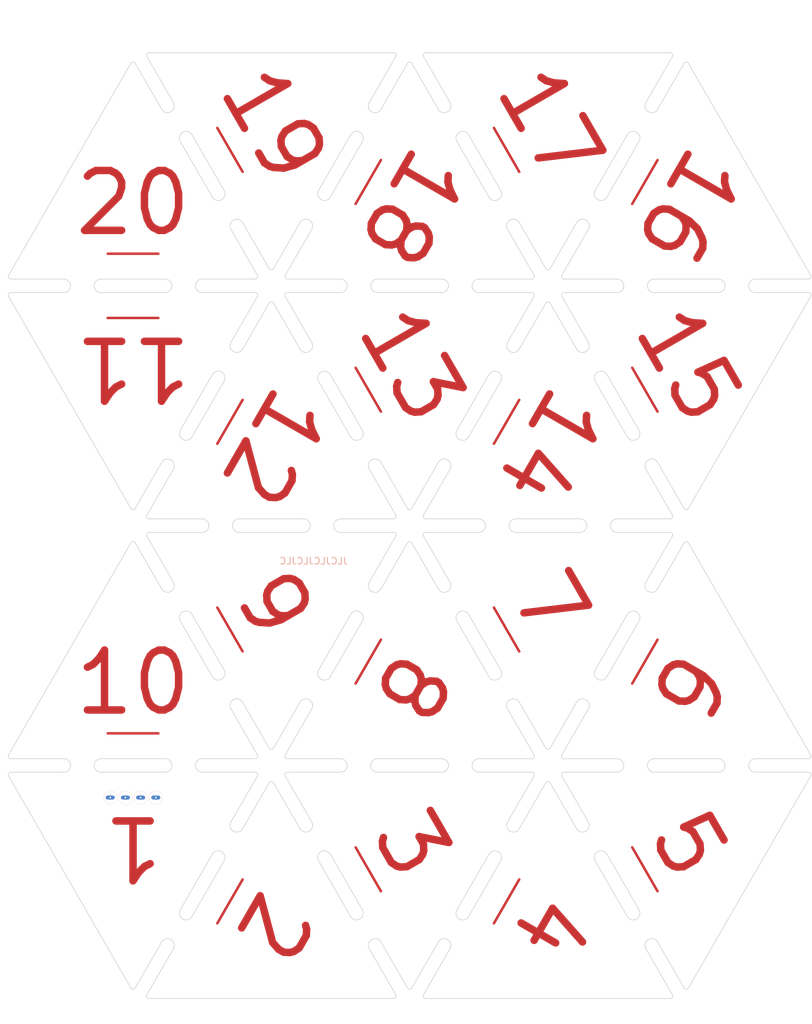
<source format=kicad_pcb>
(kicad_pcb (version 20240108) (generator "pcbnew") (generator_version "8.0")
  (layers (0 "F.Cu" signal) (1 "In1.Cu" signal) (2 "In2.Cu" signal) (3 "In3.Cu" signal) (4 "In4.Cu" signal) (31 "B.Cu" signal) (34 "B.Paste" user) (35 "F.Paste" user) (36 "B.SilkS" user "B.Silkscreen") (37 "F.SilkS" user "F.Silkscreen") (38 "B.Mask" user) (39 "F.Mask" user) (44 "Edge.Cuts" user))
  (net 0 "")
  (footprint "random testing:lightningBolt45mm" (layer "F.Cu") (at 66.144368 89.072299 -70)
    (property "Reference" "G***" (hide yes))
    (property "Value" "LOGO" (hide yes))
  )
  (footprint "random testing:lightningBolt45mm" (layer "F.Cu") (at 59.4 37.38 55)
    (property "Reference" "G***" (hide yes))
    (property "Value" "LOGO" (hide yes))
  )
  (footprint "Panelization:mouse-bite-2mm-slot" (layer "F.Cu") (at 126.419132 123.90299)
    (property "Reference" "mouse-bite-2mm-slot" (hide yes))
    (property "Value" "VAL**" (hide yes))
    (pad "" np_thru_hole circle (at -1.5 -0.75) (size 0.5 0.5) (drill 0.5) (layers "*.Mask" "F.Cu" "In1.Cu" "In2.Cu" "In3.Cu" "In4.Cu" "B.Cu"))
    (pad "" np_thru_hole circle (at -0.75 -0.75) (size 0.5 0.5) (drill 0.5) (layers "*.Mask" "F.Cu" "In1.Cu" "In2.Cu" "In3.Cu" "In4.Cu" "B.Cu"))
    (pad "" np_thru_hole circle (at 0 -0.75) (size 0.5 0.5) (drill 0.5) (layers "*.Mask" "F.Cu" "In1.Cu" "In2.Cu" "In3.Cu" "In4.Cu" "B.Cu"))
    (pad "" np_thru_hole circle (at 0.75 -0.75) (size 0.5 0.5) (drill 0.5) (layers "*.Mask" "F.Cu" "In1.Cu" "In2.Cu" "In3.Cu" "In4.Cu" "B.Cu"))
    (pad "" np_thru_hole circle (at 1.5 -0.75) (size 0.5 0.5) (drill 0.5) (layers "*.Mask" "F.Cu" "In1.Cu" "In2.Cu" "In3.Cu" "In4.Cu" "B.Cu"))
  )
  (footprint "random testing:lightningBolt45mm" (layer "F.Cu") (at 98.81653 70.067461 -5)
    (property "Reference" "G***" (hide yes))
    (property "Value" "LOGO" (hide yes))
  )
  (footprint "Panelization:mouse-bite-2mm-slot" (layer "F.Cu") (at 43.180002 51.815998 180)
    (property "Reference" "mouse-bite-2mm-slot" (hide yes))
    (property "Value" "VAL**" (hide yes))
    (pad "" np_thru_hole circle (at -1.5 -0.75 180) (size 0.5 0.5) (drill 0.5) (layers "*.Mask" "F.Cu" "In1.Cu" "In2.Cu" "In3.Cu" "In4.Cu" "B.Cu"))
    (pad "" np_thru_hole circle (at -0.75 -0.75 180) (size 0.5 0.5) (drill 0.5) (layers "*.Mask" "F.Cu" "In1.Cu" "In2.Cu" "In3.Cu" "In4.Cu" "B.Cu"))
    (pad "" np_thru_hole circle (at 0 -0.75 180) (size 0.5 0.5) (drill 0.5) (layers "*.Mask" "F.Cu" "In1.Cu" "In2.Cu" "In3.Cu" "In4.Cu" "B.Cu"))
    (pad "" np_thru_hole circle (at 0.75 -0.75 180) (size 0.5 0.5) (drill 0.5) (layers "*.Mask" "F.Cu" "In1.Cu" "In2.Cu" "In3.Cu" "In4.Cu" "B.Cu"))
    (pad "" np_thru_hole circle (at 1.5 -0.75 180) (size 0.5 0.5) (drill 0.5) (layers "*.Mask" "F.Cu" "In1.Cu" "In2.Cu" "In3.Cu" "In4.Cu" "B.Cu"))
  )
  (footprint "random testing:lightningBolt45mm" (layer "F.Cu") (at 78.23156 65.710854 -130)
    (property "Reference" "G***" (hide yes))
    (property "Value" "LOGO" (hide yes))
  )
  (footprint "random testing:lightningBolt45mm" (layer "F.Cu") (at 140.660907 101.754348 -130)
    (property "Reference" "G***" (hide yes))
    (property "Value" "LOGO" (hide yes))
  )
  (footprint "random testing:lightningBolt45mm" (layer "F.Cu") (at 63.734327 75.522964 -5)
    (property "Reference" "G***" (hide yes))
    (property "Value" "LOGO" (hide yes))
  )
  (footprint "random testing:lightningBolt45mm" (layer "F.Cu") (at 77.014793 138.864522 -130)
    (property "Reference" "G***" (hide yes))
    (property "Value" "LOGO" (hide yes))
  )
  (footprint "random testing:lightningBolt45mm" (layer "F.Cu") (at 126.163674 111.566458 -5)
    (property "Reference" "G***" (hide yes))
    (property "Value" "LOGO" (hide yes))
  )
  (footprint "random testing:lightningBolt45mm" (layer "F.Cu") (at 67.393288 106.533326 55)
    (property "Reference" "G***" (hide yes))
    (property "Value" "LOGO" (hide yes))
  )
  (footprint "random testing:lightningBolt45mm" (layer "F.Cu") (at 86.954066 125.115743 -70)
    (property "Reference" "G***" (hide yes))
    (property "Value" "LOGO" (hide yes))
  )
  (footprint "random testing:lightningBolt45mm" (layer "F.Cu") (at 42.200002 66.251998 -125)
    (property "Reference" "G***" (hide yes))
    (property "Value" "LOGO" (hide yes))
  )
  (footprint "random testing:lightningBolt45mm" (layer "F.Cu") (at 109.012668 34.446226 55)
    (property "Reference" "G***" (hide yes))
    (property "Value" "LOGO" (hide yes))
  )
  (footprint "Panelization:mouse-bite-2mm-slot" (layer "F.Cu") (at 141.658961 123.902884 180)
    (property "Reference" "mouse-bite-2mm-slot" (hide yes))
    (property "Value" "VAL**" (hide yes))
    (pad "" np_thru_hole circle (at -1.5 -0.75 180) (size 0.5 0.5) (drill 0.5) (layers "*.Mask" "F.Cu" "In1.Cu" "In2.Cu" "In3.Cu" "In4.Cu" "B.Cu"))
    (pad "" np_thru_hole circle (at -0.75 -0.75 180) (size 0.5 0.5) (drill 0.5) (layers "*.Mask" "F.Cu" "In1.Cu" "In2.Cu" "In3.Cu" "In4.Cu" "B.Cu"))
    (pad "" np_thru_hole circle (at 0 -0.75 180) (size 0.5 0.5) (drill 0.5) (layers "*.Mask" "F.Cu" "In1.Cu" "In2.Cu" "In3.Cu" "In4.Cu" "B.Cu"))
    (pad "" np_thru_hole circle (at 0.75 -0.75 180) (size 0.5 0.5) (drill 0.5) (layers "*.Mask" "F.Cu" "In1.Cu" "In2.Cu" "In3.Cu" "In4.Cu" "B.Cu"))
    (pad "" np_thru_hole circle (at 1.5 -0.75 180) (size 0.5 0.5) (drill 0.5) (layers "*.Mask" "F.Cu" "In1.Cu" "In2.Cu" "In3.Cu" "In4.Cu" "B.Cu"))
  )
  (footprint "random testing:lightningBolt45mm" (layer "F.Cu") (at 111.026407 156.590505 -65)
    (property "Reference" "G***" (hide yes))
    (property "Value" "LOGO" (hide yes))
  )
  (footprint "Panelization:mouse-bite-2mm-slot" (layer "F.Cu") (at 105.609263 87.85944 180)
    (property "Reference" "mouse-bite-2mm-slot" (hide yes))
    (property "Value" "VAL**" (hide yes))
    (pad "" np_thru_hole circle (at -1.5 -0.75 180) (size 0.5 0.5) (drill 0.5) (layers "*.Mask" "F.Cu" "In1.Cu" "In2.Cu" "In3.Cu" "In4.Cu" "B.Cu"))
    (pad "" np_thru_hole circle (at -0.75 -0.75 180) (size 0.5 0.5) (drill 0.5) (layers "*.Mask" "F.Cu" "In1.Cu" "In2.Cu" "In3.Cu" "In4.Cu" "B.Cu"))
    (pad "" np_thru_hole circle (at 0 -0.75 180) (size 0.5 0.5) (drill 0.5) (layers "*.Mask" "F.Cu" "In1.Cu" "In2.Cu" "In3.Cu" "In4.Cu" "B.Cu"))
    (pad "" np_thru_hole circle (at 0.75 -0.75 180) (size 0.5 0.5) (drill 0.5) (layers "*.Mask" "F.Cu" "In1.Cu" "In2.Cu" "In3.Cu" "In4.Cu" "B.Cu"))
    (pad "" np_thru_hole circle (at 1.5 -0.75 180) (size 0.5 0.5) (drill 0.5) (layers "*.Mask" "F.Cu" "In1.Cu" "In2.Cu" "In3.Cu" "In4.Cu" "B.Cu"))
  )
  (footprint "random testing:lightningBolt45mm" (layer "F.Cu") (at 78.006832 34.024017 -5)
    (property "Reference" "G***" (hide yes))
    (property "Value" "LOGO" (hide yes))
  )
  (footprint "random testing:lightningBolt45mm" (layer "F.Cu") (at 66.144273 16.985253 -70)
    (property "Reference" "G***" (hide yes))
    (property "Value" "LOGO" (hide yes))
  )
  (footprint "random testing:lightningBolt45mm" (layer "F.Cu") (at 105.353802 75.52291 -5)
    (property "Reference" "G***" (hide yes))
    (property "Value" "LOGO" (hide yes))
  )
  (footprint "random testing:lightningBolt45mm" (layer "F.Cu") (at 78.928484 107.117968 -5)
    (property "Reference" "G***" (hide yes))
    (property "Value" "LOGO" (hide yes))
  )
  (footprint "Panelization:mouse-bite-2mm-slot" (layer "F.Cu") (at 58.42 51.816)
    (property "Reference" "mouse-bite-2mm-slot" (hide yes))
    (property "Value" "VAL**" (hide yes))
    (pad "" np_thru_hole circle (at -1.5 -0.75) (size 0.5 0.5) (drill 0.5) (layers "*.Mask" "F.Cu" "In1.Cu" "In2.Cu" "In3.Cu" "In4.Cu" "B.Cu"))
    (pad "" np_thru_hole circle (at -0.75 -0.75) (size 0.5 0.5) (drill 0.5) (layers "*.Mask" "F.Cu" "In1.Cu" "In2.Cu" "In3.Cu" "In4.Cu" "B.Cu"))
    (pad "" np_thru_hole circle (at 0 -0.75) (size 0.5 0.5) (drill 0.5) (layers "*.Mask" "F.Cu" "In1.Cu" "In2.Cu" "In3.Cu" "In4.Cu" "B.Cu"))
    (pad "" np_thru_hole circle (at 0.75 -0.75) (size 0.5 0.5) (drill 0.5) (layers "*.Mask" "F.Cu" "In1.Cu" "In2.Cu" "In3.Cu" "In4.Cu" "B.Cu"))
    (pad "" np_thru_hole circle (at 1.5 -0.75) (size 0.5 0.5) (drill 0.5) (layers "*.Mask" "F.Cu" "In1.Cu" "In2.Cu" "In3.Cu" "In4.Cu" "B.Cu"))
  )
  (footprint "Panelization:mouse-bite-2mm-slot" (layer "F.Cu") (at 120.84926 87.859442)
    (property "Reference" "mouse-bite-2mm-slot" (hide yes))
    (property "Value" "VAL**" (hide yes))
    (pad "" np_thru_hole circle (at -1.5 -0.75) (size 0.5 0.5) (drill 0.5) (layers "*.Mask" "F.Cu" "In1.Cu" "In2.Cu" "In3.Cu" "In4.Cu" "B.Cu"))
    (pad "" np_thru_hole circle (at -0.75 -0.75) (size 0.5 0.5) (drill 0.5) (layers "*.Mask" "F.Cu" "In1.Cu" "In2.Cu" "In3.Cu" "In4.Cu" "B.Cu"))
    (pad "" np_thru_hole circle (at 0 -0.75) (size 0.5 0.5) (drill 0.5) (layers "*.Mask" "F.Cu" "In1.Cu" "In2.Cu" "In3.Cu" "In4.Cu" "B.Cu"))
    (pad "" np_thru_hole circle (at 0.75 -0.75) (size 0.5 0.5) (drill 0.5) (layers "*.Mask" "F.Cu" "In1.Cu" "In2.Cu" "In3.Cu" "In4.Cu" "B.Cu"))
    (pad "" np_thru_hole circle (at 1.5 -0.75) (size 0.5 0.5) (drill 0.5) (layers "*.Mask" "F.Cu" "In1.Cu" "In2.Cu" "In3.Cu" "In4.Cu" "B.Cu"))
  )
  (footprint "random testing:lightningBolt45mm" (layer "F.Cu") (at 131.836089 48.459961 -65)
    (property "Reference" "G***" (hide yes))
    (property "Value" "LOGO" (hide yes))
  )
  (footprint "random testing:lightningBolt45mm" (layer "F.Cu") (at 109.012763 106.533272 55)
    (property "Reference" "G***" (hide yes))
    (property "Value" "LOGO" (hide yes))
  )
  (footprint "random testing:lightningBolt45mm" (layer "F.Cu") (at 69.40113 157.597188 -65)
    (property "Reference" "G***" (hide yes))
    (property "Value" "LOGO" (hide yes))
  )
  (footprint "random testing:lightningBolt45mm" (layer "F.Cu") (at 129.822461 142.576716 55)
    (property "Reference" "G***" (hide yes))
    (property "Value" "LOGO" (hide yes))
  )
  (footprint "random testing:lightningBolt45mm" (layer "F.Cu") (at 88.202891 70.489724 55)
    (property "Reference" "G***" (hide yes))
    (property "Value" "LOGO" (hide yes))
  )
  (footprint "random testing:lightningBolt45mm" (layer "F.Cu") (at 38.712813 111.220941 -10)
    (property "Reference" "G***" (hide yes))
    (property "Value" "LOGO" (hide yes))
  )
  (footprint "Panelization:mouse-bite-2mm-slot" (layer "F.Cu") (at 100.039562 51.815998)
    (property "Reference" "mouse-bite-2mm-slot" (hide yes))
    (property "Value" "VAL**" (hide yes))
    (pad "" np_thru_hole circle (at -1.5 -0.75) (size 0.5 0.5) (drill 0.5) (layers "*.Mask" "F.Cu" "In1.Cu" "In2.Cu" "In3.Cu" "In4.Cu" "B.Cu"))
    (pad "" np_thru_hole circle (at -0.75 -0.75) (size 0.5 0.5) (drill 0.5) (layers "*.Mask" "F.Cu" "In1.Cu" "In2.Cu" "In3.Cu" "In4.Cu" "B.Cu"))
    (pad "" np_thru_hole circle (at 0 -0.75) (size 0.5 0.5) (drill 0.5) (layers "*.Mask" "F.Cu" "In1.Cu" "In2.Cu" "In3.Cu" "In4.Cu" "B.Cu"))
    (pad "" np_thru_hole circle (at 0.75 -0.75) (size 0.5 0.5) (drill 0.5) (layers "*.Mask" "F.Cu" "In1.Cu" "In2.Cu" "In3.Cu" "In4.Cu" "B.Cu"))
    (pad "" np_thru_hole circle (at 1.5 -0.75) (size 0.5 0.5) (drill 0.5) (layers "*.Mask" "F.Cu" "In1.Cu" "In2.Cu" "In3.Cu" "In4.Cu" "B.Cu"))
  )
  (footprint "random testing:lightningBolt45mm" (layer "F.Cu") (at 99.041432 101.754402 -130)
    (property "Reference" "G***" (hide yes))
    (property "Value" "LOGO" (hide yes))
  )
  (footprint "Panelization:mouse-bite-2mm-slot" (layer "F.Cu") (at 141.659132 123.90299)
    (property "Reference" "mouse-bite-2mm-slot" (hide yes))
    (property "Value" "VAL**" (hide yes))
    (pad "" np_thru_hole circle (at -1.5 -0.75) (size 0.5 0.5) (drill 0.5) (layers "*.Mask" "F.Cu" "In1.Cu" "In2.Cu" "In3.Cu" "In4.Cu" "B.Cu"))
    (pad "" np_thru_hole circle (at -0.75 -0.75) (size 0.5 0.5) (drill 0.5) (layers "*.Mask" "F.Cu" "In1.Cu" "In2.Cu" "In3.Cu" "In4.Cu" "B.Cu"))
    (pad "" np_thru_hole circle (at 0 -0.75) (size 0.5 0.5) (drill 0.5) (layers "*.Mask" "F.Cu" "In1.Cu" "In2.Cu" "In3.Cu" "In4.Cu" "B.Cu"))
    (pad "" np_thru_hole circle (at 0.75 -0.75) (size 0.5 0.5) (drill 0.5) (layers "*.Mask" "F.Cu" "In1.Cu" "In2.Cu" "In3.Cu" "In4.Cu" "B.Cu"))
    (pad "" np_thru_hole circle (at 1.5 -0.75) (size 0.5 0.5) (drill 0.5) (layers "*.Mask" "F.Cu" "In1.Cu" "In2.Cu" "In3.Cu" "In4.Cu" "B.Cu"))
  )
  (footprint "random testing:lightningBolt45mm" (layer "F.Cu") (at 131.836184 120.547007 -65)
    (property "Reference" "G***" (hide yes))
    (property "Value" "LOGO" (hide yes))
  )
  (footprint "Panelization:mouse-bite-2mm-slot" (layer "F.Cu") (at 141.658866 51.815838 180)
    (property "Reference" "mouse-bite-2mm-slot" (hide yes))
    (property "Value" "VAL**" (hide yes))
    (pad "" np_thru_hole circle (at -1.5 -0.75 180) (size 0.5 0.5) (drill 0.5) (layers "*.Mask" "F.Cu" "In1.Cu" "In2.Cu" "In3.Cu" "In4.Cu" "B.Cu"))
    (pad "" np_thru_hole circle (at -0.75 -0.75 180) (size 0.5 0.5) (drill 0.5) (layers "*.Mask" "F.Cu" "In1.Cu" "In2.Cu" "In3.Cu" "In4.Cu" "B.Cu"))
    (pad "" np_thru_hole circle (at 0 -0.75 180) (size 0.5 0.5) (drill 0.5) (layers "*.Mask" "F.Cu" "In1.Cu" "In2.Cu" "In3.Cu" "In4.Cu" "B.Cu"))
    (pad "" np_thru_hole circle (at 0.75 -0.75 180) (size 0.5 0.5) (drill 0.5) (layers "*.Mask" "F.Cu" "In1.Cu" "In2.Cu" "In3.Cu" "In4.Cu" "B.Cu"))
    (pad "" np_thru_hole circle (at 1.5 -0.75 180) (size 0.5 0.5) (drill 0.5) (layers "*.Mask" "F.Cu" "In1.Cu" "In2.Cu" "In3.Cu" "In4.Cu" "B.Cu"))
  )
  (footprint "random testing:lightningBolt45mm" (layer "F.Cu") (at 140.4361 142.154453 -5)
    (property "Reference" "G***" (hide yes))
    (property "Value" "LOGO" (hide yes))
  )
  (footprint "random testing:lightningBolt45mm" (layer "F.Cu") (at 128.573541 125.115689 -70)
    (property "Reference" "G***" (hide yes))
    (property "Value" "LOGO" (hide yes))
  )
  (footprint "random testing:lightningBolt45mm" (layer "F.Cu") (at 98.816625 142.154507 -5)
    (property "Reference" "G***" (hide yes))
    (property "Value" "LOGO" (hide yes))
  )
  (footprint "Panelization:mouse-bite-2mm-slot" (layer "F.Cu") (at 43.180097 123.903044 180)
    (property "Reference" "mouse-bite-2mm-slot" (hide yes))
    (property "Value" "VAL**" (hide yes))
    (pad "" np_thru_hole circle (at -1.5 -0.75 180) (size 0.5 0.5) (drill 0.5) (layers "*.Mask" "F.Cu" "In1.Cu" "In2.Cu" "In3.Cu" "In4.Cu" "B.Cu"))
    (pad "" np_thru_hole circle (at -0.75 -0.75 180) (size 0.5 0.5) (drill 0.5) (layers "*.Mask" "F.Cu" "In1.Cu" "In2.Cu" "In3.Cu" "In4.Cu" "B.Cu"))
    (pad "" np_thru_hole circle (at 0 -0.75 180) (size 0.5 0.5) (drill 0.5) (layers "*.Mask" "F.Cu" "In1.Cu" "In2.Cu" "In3.Cu" "In4.Cu" "B.Cu"))
    (pad "" np_thru_hole circle (at 0.75 -0.75 180) (size 0.5 0.5) (drill 0.5) (layers "*.Mask" "F.Cu" "In1.Cu" "In2.Cu" "In3.Cu" "In4.Cu" "B.Cu"))
    (pad "" np_thru_hole circle (at 1.5 -0.75 180) (size 0.5 0.5) (drill 0.5) (layers "*.Mask" "F.Cu" "In1.Cu" "In2.Cu" "In3.Cu" "In4.Cu" "B.Cu"))
  )
  (footprint "random testing:lightningBolt45mm" (layer "F.Cu") (at 87.37113 54.597188 -65)
    (property "Reference" "G***" (hide yes))
    (property "Value" "LOGO" (hide yes))
  )
  (footprint "Panelization:mouse-bite-2mm-slot" (layer "F.Cu") (at 105.60926 87.859442)
    (property "Reference" "mouse-bite-2mm-slot" (hide yes))
    (property "Value" "VAL**" (hide yes))
    (pad "" np_thru_hole circle (at -1.5 -0.75) (size 0.5 0.5) (drill 0.5) (layers "*.Mask" "F.Cu" "In1.Cu" "In2.Cu" "In3.Cu" "In4.Cu" "B.Cu"))
    (pad "" np_thru_hole circle (at -0.75 -0.75) (size 0.5 0.5) (drill 0.5) (layers "*.Mask" "F.Cu" "In1.Cu" "In2.Cu" "In3.Cu" "In4.Cu" "B.Cu"))
    (pad "" np_thru_hole circle (at 0 -0.75) (size 0.5 0.5) (drill 0.5) (layers "*.Mask" "F.Cu" "In1.Cu" "In2.Cu" "In3.Cu" "In4.Cu" "B.Cu"))
    (pad "" np_thru_hole circle (at 0.75 -0.75) (size 0.5 0.5) (drill 0.5) (layers "*.Mask" "F.Cu" "In1.Cu" "In2.Cu" "In3.Cu" "In4.Cu" "B.Cu"))
    (pad "" np_thru_hole circle (at 1.5 -0.75) (size 0.5 0.5) (drill 0.5) (layers "*.Mask" "F.Cu" "In1.Cu" "In2.Cu" "In3.Cu" "In4.Cu" "B.Cu"))
  )
  (footprint "Panelization:mouse-bite-2mm-slot" (layer "F.Cu") (at 84.799657 123.903044)
    (property "Reference" "mouse-bite-2mm-slot" (hide yes))
    (property "Value" "VAL**" (hide yes))
    (pad "" np_thru_hole circle (at -1.5 -0.75) (size 0.5 0.5) (drill 0.5) (layers "*.Mask" "F.Cu" "In1.Cu" "In2.Cu" "In3.Cu" "In4.Cu" "B.Cu"))
    (pad "" np_thru_hole circle (at -0.75 -0.75) (size 0.5 0.5) (drill 0.5) (layers "*.Mask" "F.Cu" "In1.Cu" "In2.Cu" "In3.Cu" "In4.Cu" "B.Cu"))
    (pad "" np_thru_hole circle (at 0 -0.75) (size 0.5 0.5) (drill 0.5) (layers "*.Mask" "F.Cu" "In1.Cu" "In2.Cu" "In3.Cu" "In4.Cu" "B.Cu"))
    (pad "" np_thru_hole circle (at 0.75 -0.75) (size 0.5 0.5) (drill 0.5) (layers "*.Mask" "F.Cu" "In1.Cu" "In2.Cu" "In3.Cu" "In4.Cu" "B.Cu"))
    (pad "" np_thru_hole circle (at 1.5 -0.75) (size 0.5 0.5) (drill 0.5) (layers "*.Mask" "F.Cu" "In1.Cu" "In2.Cu" "In3.Cu" "In4.Cu" "B.Cu"))
  )
  (footprint "random testing:lightningBolt45mm" (layer "F.Cu") (at 63.734422 147.61001 -5)
    (property "Reference" "G***" (hide yes))
    (property "Value" "LOGO" (hide yes))
  )
  (footprint "random testing:lightningBolt45mm" (layer "F.Cu") (at 62.887379 136.585149 170)
    (property "Reference" "G***" (hide yes))
    (property "Value" "LOGO" (hide yes))
  )
  (footprint "random testing:lightningBolt45mm" (layer "F.Cu") (at 84.544199 111.566512 -5)
    (property "Reference" "G***" (hide yes))
    (property "Value" "LOGO" (hide yes))
  )
  (footprint "Panelization:mouse-bite-2mm-slot" (layer "F.Cu") (at 100.039391 51.815892 180)
    (property "Reference" "mouse-bite-2mm-slot" (hide yes))
    (property "Value" "VAL**" (hide yes))
    (pad "" np_thru_hole circle (at -1.5 -0.75 180) (size 0.5 0.5) (drill 0.5) (layers "*.Mask" "F.Cu" "In1.Cu" "In2.Cu" "In3.Cu" "In4.Cu" "B.Cu"))
    (pad "" np_thru_hole circle (at -0.75 -0.75 180) (size 0.5 0.5) (drill 0.5) (layers "*.Mask" "F.Cu" "In1.Cu" "In2.Cu" "In3.Cu" "In4.Cu" "B.Cu"))
    (pad "" np_thru_hole circle (at 0 -0.75 180) (size 0.5 0.5) (drill 0.5) (layers "*.Mask" "F.Cu" "In1.Cu" "In2.Cu" "In3.Cu" "In4.Cu" "B.Cu"))
    (pad "" np_thru_hole circle (at 0.75 -0.75 180) (size 0.5 0.5) (drill 0.5) (layers "*.Mask" "F.Cu" "In1.Cu" "In2.Cu" "In3.Cu" "In4.Cu" "B.Cu"))
    (pad "" np_thru_hole circle (at 1.5 -0.75 180) (size 0.5 0.5) (drill 0.5) (layers "*.Mask" "F.Cu" "In1.Cu" "In2.Cu" "In3.Cu" "In4.Cu" "B.Cu"))
  )
  (footprint "Panelization:mouse-bite-2mm-slot" (layer "F.Cu") (at 63.989788 87.859494 180)
    (property "Reference" "mouse-bite-2mm-slot" (hide yes))
    (property "Value" "VAL**" (hide yes))
    (pad "" np_thru_hole circle (at -1.5 -0.75 180) (size 0.5 0.5) (drill 0.5) (layers "*.Mask" "F.Cu" "In1.Cu" "In2.Cu" "In3.Cu" "In4.Cu" "B.Cu"))
    (pad "" np_thru_hole circle (at -0.75 -0.75 180) (size 0.5 0.5) (drill 0.5) (layers "*.Mask" "F.Cu" "In1.Cu" "In2.Cu" "In3.Cu" "In4.Cu" "B.Cu"))
    (pad "" np_thru_hole circle (at 0 -0.75 180) (size 0.5 0.5) (drill 0.5) (layers "*.Mask" "F.Cu" "In1.Cu" "In2.Cu" "In3.Cu" "In4.Cu" "B.Cu"))
    (pad "" np_thru_hole circle (at 0.75 -0.75 180) (size 0.5 0.5) (drill 0.5) (layers "*.Mask" "F.Cu" "In1.Cu" "In2.Cu" "In3.Cu" "In4.Cu" "B.Cu"))
    (pad "" np_thru_hole circle (at 1.5 -0.75 180) (size 0.5 0.5) (drill 0.5) (layers "*.Mask" "F.Cu" "In1.Cu" "In2.Cu" "In3.Cu" "In4.Cu" "B.Cu"))
  )
  (footprint "random testing:lightningBolt45mm" (layer "F.Cu") (at 99.041337 29.667356 -130)
    (property "Reference" "G***" (hide yes))
    (property "Value" "LOGO" (hide yes))
  )
  (footprint "random testing:lightningBolt45mm" (layer "F.Cu") (at 47.141226 128.936232 -65)
    (property "Reference" "G***" (hide yes))
    (property "Value" "LOGO" (hide yes))
  )
  (footprint "Panelization:mouse-bite-2mm-slot" (layer "F.Cu") (at 84.799562 51.815998)
    (property "Reference" "mouse-bite-2mm-slot" (hide yes))
    (property "Value" "VAL**" (hide yes))
    (pad "" np_thru_hole circle (at -1.5 -0.75) (size 0.5 0.5) (drill 0.5) (layers "*.Mask" "F.Cu" "In1.Cu" "In2.Cu" "In3.Cu" "In4.Cu" "B.Cu"))
    (pad "" np_thru_hole circle (at -0.75 -0.75) (size 0.5 0.5) (drill 0.5) (layers "*.Mask" "F.Cu" "In1.Cu" "In2.Cu" "In3.Cu" "In4.Cu" "B.Cu"))
    (pad "" np_thru_hole circle (at 0 -0.75) (size 0.5 0.5) (drill 0.5) (layers "*.Mask" "F.Cu" "In1.Cu" "In2.Cu" "In3.Cu" "In4.Cu" "B.Cu"))
    (pad "" np_thru_hole circle (at 0.75 -0.75) (size 0.5 0.5) (drill 0.5) (layers "*.Mask" "F.Cu" "In1.Cu" "In2.Cu" "In3.Cu" "In4.Cu" "B.Cu"))
    (pad "" np_thru_hole circle (at 1.5 -0.75) (size 0.5 0.5) (drill 0.5) (layers "*.Mask" "F.Cu" "In1.Cu" "In2.Cu" "In3.Cu" "In4.Cu" "B.Cu"))
  )
  (footprint "random testing:lightningBolt45mm" (layer "F.Cu") (at 105.353897 147.609956 -5)
    (property "Reference" "G***" (hide yes))
    (property "Value" "LOGO" (hide yes))
  )
  (footprint "Panelization:mouse-bite-2mm-slot" (layer "F.Cu") (at 84.799486 123.902938 180)
    (property "Reference" "mouse-bite-2mm-slot" (hide yes))
    (property "Value" "VAL**" (hide yes))
    (pad "" np_thru_hole circle (at -1.5 -0.75 180) (size 0.5 0.5) (drill 0.5) (layers "*.Mask" "F.Cu" "In1.Cu" "In2.Cu" "In3.Cu" "In4.Cu" "B.Cu"))
    (pad "" np_thru_hole circle (at -0.75 -0.75 180) (size 0.5 0.5) (drill 0.5) (layers "*.Mask" "F.Cu" "In1.Cu" "In2.Cu" "In3.Cu" "In4.Cu" "B.Cu"))
    (pad "" np_thru_hole circle (at 0 -0.75 180) (size 0.5 0.5) (drill 0.5) (layers "*.Mask" "F.Cu" "In1.Cu" "In2.Cu" "In3.Cu" "In4.Cu" "B.Cu"))
    (pad "" np_thru_hole circle (at 0.75 -0.75 180) (size 0.5 0.5) (drill 0.5) (layers "*.Mask" "F.Cu" "In1.Cu" "In2.Cu" "In3.Cu" "In4.Cu" "B.Cu"))
    (pad "" np_thru_hole circle (at 1.5 -0.75 180) (size 0.5 0.5) (drill 0.5) (layers "*.Mask" "F.Cu" "In1.Cu" "In2.Cu" "In3.Cu" "In4.Cu" "B.Cu"))
  )
  (footprint "Panelization:mouse-bite-2mm-slot" (layer "F.Cu") (at 141.659037 51.815944)
    (property "Reference" "mouse-bite-2mm-slot" (hide yes))
    (property "Value" "VAL**" (hide yes))
    (pad "" np_thru_hole circle (at -1.5 -0.75) (size 0.5 0.5) (drill 0.5) (layers "*.Mask" "F.Cu" "In1.Cu" "In2.Cu" "In3.Cu" "In4.Cu" "B.Cu"))
    (pad "" np_thru_hole circle (at -0.75 -0.75) (size 0.5 0.5) (drill 0.5) (layers "*.Mask" "F.Cu" "In1.Cu" "In2.Cu" "In3.Cu" "In4.Cu" "B.Cu"))
    (pad "" np_thru_hole circle (at 0 -0.75) (size 0.5 0.5) (drill 0.5) (layers "*.Mask" "F.Cu" "In1.Cu" "In2.Cu" "In3.Cu" "In4.Cu" "B.Cu"))
    (pad "" np_thru_hole circle (at 0.75 -0.75) (size 0.5 0.5) (drill 0.5) (layers "*.Mask" "F.Cu" "In1.Cu" "In2.Cu" "In3.Cu" "In4.Cu" "B.Cu"))
    (pad "" np_thru_hole circle (at 1.5 -0.75) (size 0.5 0.5) (drill 0.5) (layers "*.Mask" "F.Cu" "In1.Cu" "In2.Cu" "In3.Cu" "In4.Cu" "B.Cu"))
  )
  (footprint "random testing:lightningBolt45mm" (layer "F.Cu") (at 69.406837 84.503513 -65)
    (property "Reference" "G***" (hide yes))
    (property "Value" "LOGO" (hide yes))
  )
  (footprint "random testing:lightningBolt45mm" (layer "F.Cu") (at 108.485655 89.648637 -70)
    (property "Reference" "G***" (hide yes))
    (property "Value" "LOGO" (hide yes))
  )
  (footprint "random testing:lightningBolt45mm" (layer "F.Cu") (at 111.026312 84.503459 -65)
    (property "Reference" "G***" (hide yes))
    (property "Value" "LOGO" (hide yes))
  )
  (footprint "Panelization:mouse-bite-2mm-slot" (layer "F.Cu") (at 79.229788 87.859494 180)
    (property "Reference" "mouse-bite-2mm-slot" (hide yes))
    (property "Value" "VAL**" (hide yes))
    (pad "" np_thru_hole circle (at -1.5 -0.75 180) (size 0.5 0.5) (drill 0.5) (layers "*.Mask" "F.Cu" "In1.Cu" "In2.Cu" "In3.Cu" "In4.Cu" "B.Cu"))
    (pad "" np_thru_hole circle (at -0.75 -0.75 180) (size 0.5 0.5) (drill 0.5) (layers "*.Mask" "F.Cu" "In1.Cu" "In2.Cu" "In3.Cu" "In4.Cu" "B.Cu"))
    (pad "" np_thru_hole circle (at 0 -0.75 180) (size 0.5 0.5) (drill 0.5) (layers "*.Mask" "F.Cu" "In1.Cu" "In2.Cu" "In3.Cu" "In4.Cu" "B.Cu"))
    (pad "" np_thru_hole circle (at 0.75 -0.75 180) (size 0.5 0.5) (drill 0.5) (layers "*.Mask" "F.Cu" "In1.Cu" "In2.Cu" "In3.Cu" "In4.Cu" "B.Cu"))
    (pad "" np_thru_hole circle (at 1.5 -0.75 180) (size 0.5 0.5) (drill 0.5) (layers "*.Mask" "F.Cu" "In1.Cu" "In2.Cu" "In3.Cu" "In4.Cu" "B.Cu"))
  )
  (footprint "Panelization:mouse-bite-2mm-slot" (layer "F.Cu") (at 43.180095 123.903046)
    (property "Reference" "mouse-bite-2mm-slot" (hide yes))
    (property "Value" "VAL**" (hide yes))
    (pad "" np_thru_hole circle (at -1.5 -0.75) (size 0.5 0.5) (drill 0.5) (layers "*.Mask" "F.Cu" "In1.Cu" "In2.Cu" "In3.Cu" "In4.Cu" "B.Cu"))
    (pad "" np_thru_hole circle (at -0.75 -0.75) (size 0.5 0.5) (drill 0.5) (layers "*.Mask" "F.Cu" "In1.Cu" "In2.Cu" "In3.Cu" "In4.Cu" "B.Cu"))
    (pad "" np_thru_hole circle (at 0 -0.75) (size 0.5 0.5) (drill 0.5) (layers "*.Mask" "F.Cu" "In1.Cu" "In2.Cu" "In3.Cu" "In4.Cu" "B.Cu"))
    (pad "" np_thru_hole circle (at 0.75 -0.75) (size 0.5 0.5) (drill 0.5) (layers "*.Mask" "F.Cu" "In1.Cu" "In2.Cu" "In3.Cu" "In4.Cu" "B.Cu"))
    (pad "" np_thru_hole circle (at 1.5 -0.75) (size 0.5 0.5) (drill 0.5) (layers "*.Mask" "F.Cu" "In1.Cu" "In2.Cu" "In3.Cu" "In4.Cu" "B.Cu"))
  )
  (footprint "Panelization:mouse-bite-2mm-slot" (layer "F.Cu") (at 120.849263 87.85944 180)
    (property "Reference" "mouse-bite-2mm-slot" (hide yes))
    (property "Value" "VAL**" (hide yes))
    (pad "" np_thru_hole circle (at -1.5 -0.75 180) (size 0.5 0.5) (drill 0.5) (layers "*.Mask" "F.Cu" "In1.Cu" "In2.Cu" "In3.Cu" "In4.Cu" "B.Cu"))
    (pad "" np_thru_hole circle (at -0.75 -0.75 180) (size 0.5 0.5) (drill 0.5) (layers "*.Mask" "F.Cu" "In1.Cu" "In2.Cu" "In3.Cu" "In4.Cu" "B.Cu"))
    (pad "" np_thru_hole circle (at 0 -0.75 180) (size 0.5 0.5) (drill 0.5) (layers "*.Mask" "F.Cu" "In1.Cu" "In2.Cu" "In3.Cu" "In4.Cu" "B.Cu"))
    (pad "" np_thru_hole circle (at 0.75 -0.75 180) (size 0.5 0.5) (drill 0.5) (layers "*.Mask" "F.Cu" "In1.Cu" "In2.Cu" "In3.Cu" "In4.Cu" "B.Cu"))
    (pad "" np_thru_hole circle (at 1.5 -0.75 180) (size 0.5 0.5) (drill 0.5) (layers "*.Mask" "F.Cu" "In1.Cu" "In2.Cu" "In3.Cu" "In4.Cu" "B.Cu"))
  )
  (footprint "random testing:lightningBolt45mm" (layer "F.Cu") (at 62.887284 64.498103 170)
    (property "Reference" "G***" (hide yes))
    (property "Value" "LOGO" (hide yes))
  )
  (footprint "random testing:lightningBolt45mm" (layer "F.Cu") (at 84.544104 39.479466 -5)
    (property "Reference" "G***" (hide yes))
    (property "Value" "LOGO" (hide yes))
  )
  (footprint "Panelization:mouse-bite-2mm-slot" (layer "F.Cu") (at 43.18 51.816)
    (property "Reference" "mouse-bite-2mm-slot" (hide yes))
    (property "Value" "VAL**" (hide yes))
    (pad "" np_thru_hole circle (at -1.5 -0.75) (size 0.5 0.5) (drill 0.5) (layers "*.Cu" "*.Mask"))
    (pad "" np_thru_hole circle (at -0.75 -0.75) (size 0.5 0.5) (drill 0.5) (layers "*.Cu" "*.Mask"))
    (pad "" np_thru_hole circle (at 0 -0.75) (size 0.5 0.5) (drill 0.5) (layers "*.Cu" "*.Mask"))
    (pad "" np_thru_hole circle (at 0.75 -0.75) (size 0.5 0.5) (drill 0.5) (layers "*.Cu" "*.Mask"))
    (pad "" np_thru_hole circle (at 1.5 -0.75) (size 0.5 0.5) (drill 0.5) (layers "*.Cu" "*.Mask"))
  )
  (footprint "random testing:lightningBolt45mm" (layer "F.Cu") (at 126.163579 39.479412 -5)
    (property "Reference" "G***" (hide yes))
    (property "Value" "LOGO" (hide yes))
  )
  (footprint "random testing:lightningBolt45mm" (layer "F.Cu") (at 129.822366 70.48967 55)
    (property "Reference" "G***" (hide yes))
    (property "Value" "LOGO" (hide yes))
  )
  (footprint "random testing:lightningBolt45mm" (layer "F.Cu") (at 128.573446 53.028643 -70)
    (property "Reference" "G***" (hide yes))
    (property "Value" "LOGO" (hide yes))
  )
  (footprint "random testing:lightningBolt45mm" (layer "F.Cu") (at 54.458966 118.869858 115)
    (property "Reference" "G***" (hide yes))
    (property "Value" "LOGO" (hide yes))
  )
  (footprint "random testing:lightningBolt45mm" (layer "F.Cu") (at 38.712718 39.133895 -10)
    (property "Reference" "G***" (hide yes))
    (property "Value" "LOGO" (hide yes))
  )
  (footprint "Panelization:mouse-bite-2mm-slot" (layer "F.Cu") (at 126.418866 51.815838 180)
    (property "Reference" "mouse-bite-2mm-slot" (hide yes))
    (property "Value" "VAL**" (hide yes))
    (pad "" np_thru_hole circle (at -1.5 -0.75 180) (size 0.5 0.5) (drill 0.5) (layers "*.Mask" "F.Cu" "In1.Cu" "In2.Cu" "In3.Cu" "In4.Cu" "B.Cu"))
    (pad "" np_thru_hole circle (at -0.75 -0.75 180) (size 0.5 0.5) (drill 0.5) (layers "*.Mask" "F.Cu" "In1.Cu" "In2.Cu" "In3.Cu" "In4.Cu" "B.Cu"))
    (pad "" np_thru_hole circle (at 0 -0.75 180) (size 0.5 0.5) (drill 0.5) (layers "*.Mask" "F.Cu" "In1.Cu" "In2.Cu" "In3.Cu" "In4.Cu" "B.Cu"))
    (pad "" np_thru_hole circle (at 0.75 -0.75 180) (size 0.5 0.5) (drill 0.5) (layers "*.Mask" "F.Cu" "In1.Cu" "In2.Cu" "In3.Cu" "In4.Cu" "B.Cu"))
    (pad "" np_thru_hole circle (at 1.5 -0.75 180) (size 0.5 0.5) (drill 0.5) (layers "*.Mask" "F.Cu" "In1.Cu" "In2.Cu" "In3.Cu" "In4.Cu" "B.Cu"))
  )
  (footprint "random testing:lightningBolt45mm" (layer "F.Cu") (at 90.216709 120.547061 -65)
    (property "Reference" "G***" (hide yes))
    (property "Value" "LOGO" (hide yes))
  )
  (footprint "random testing:lightningBolt45mm" (layer "F.Cu") (at 54.458871 46.782812 115)
    (property "Reference" "G***" (hide yes))
    (property "Value" "LOGO" (hide yes))
  )
  (footprint "random testing:lightningBolt45mm" (layer "F.Cu") (at 119.851035 65.7108 -130)
    (property "Reference" "G***" (hide yes))
    (property "Value" "LOGO" (hide yes))
  )
  (footprint "random testing:lightningBolt45mm" (layer "F.Cu") (at 118.314793 137.304522 -130)
    (property "Reference" "G***" (hide yes))
    (property "Value" "LOGO" (hide yes))
  )
  (footprint "Panelization:mouse-bite-2mm-slot" (layer "F.Cu") (at 84.799391 51.815892 180)
    (property "Reference" "mouse-bite-2mm-slot" (hide yes))
    (property "Value" "VAL**" (hide yes))
    (pad "" np_thru_hole circle (at -1.5 -0.75 180) (size 0.5 0.5) (drill 0.5) (layers "*.Mask" "F.Cu" "In1.Cu" "In2.Cu" "In3.Cu" "In4.Cu" "B.Cu"))
    (pad "" np_thru_hole circle (at -0.75 -0.75 180) (size 0.5 0.5) (drill 0.5) (layers "*.Mask" "F.Cu" "In1.Cu" "In2.Cu" "In3.Cu" "In4.Cu" "B.Cu"))
    (pad "" np_thru_hole circle (at 0 -0.75 180) (size 0.5 0.5) (drill 0.5) (layers "*.Mask" "F.Cu" "In1.Cu" "In2.Cu" "In3.Cu" "In4.Cu" "B.Cu"))
    (pad "" np_thru_hole circle (at 0.75 -0.75 180) (size 0.5 0.5) (drill 0.5) (layers "*.Mask" "F.Cu" "In1.Cu" "In2.Cu" "In3.Cu" "In4.Cu" "B.Cu"))
    (pad "" np_thru_hole circle (at 1.5 -0.75 180) (size 0.5 0.5) (drill 0.5) (layers "*.Mask" "F.Cu" "In1.Cu" "In2.Cu" "In3.Cu" "In4.Cu" "B.Cu"))
  )
  (footprint "Panelization:mouse-bite-2mm-slot" (layer "F.Cu") (at 58.420095 123.903046)
    (property "Reference" "mouse-bite-2mm-slot" (hide yes))
    (property "Value" "VAL**" (hide yes))
    (pad "" np_thru_hole circle (at -1.5 -0.75) (size 0.5 0.5) (drill 0.5) (layers "*.Mask" "F.Cu" "In1.Cu" "In2.Cu" "In3.Cu" "In4.Cu" "B.Cu"))
    (pad "" np_thru_hole circle (at -0.75 -0.75) (size 0.5 0.5) (drill 0.5) (layers "*.Mask" "F.Cu" "In1.Cu" "In2.Cu" "In3.Cu" "In4.Cu" "B.Cu"))
    (pad "" np_thru_hole circle (at 0 -0.75) (size 0.5 0.5) (drill 0.5) (layers "*.Mask" "F.Cu" "In1.Cu" "In2.Cu" "In3.Cu" "In4.Cu" "B.Cu"))
    (pad "" np_thru_hole circle (at 0.75 -0.75) (size 0.5 0.5) (drill 0.5) (layers "*.Mask" "F.Cu" "In1.Cu" "In2.Cu" "In3.Cu" "In4.Cu" "B.Cu"))
    (pad "" np_thru_hole circle (at 1.5 -0.75) (size 0.5 0.5) (drill 0.5) (layers "*.Mask" "F.Cu" "In1.Cu" "In2.Cu" "In3.Cu" "In4.Cu" "B.Cu"))
  )
  (footprint "random testing:lightningBolt45mm" (layer "F.Cu") (at 119.626307 34.023963 -5)
    (property "Reference" "G***" (hide yes))
    (property "Value" "LOGO" (hide yes))
  )
  (footprint "Panelization:mouse-bite-2mm-slot" (layer "F.Cu") (at 100.039657 123.903044)
    (property "Reference" "mouse-bite-2mm-slot" (hide yes))
    (property "Value" "VAL**" (hide yes))
    (pad "" np_thru_hole circle (at -1.5 -0.75) (size 0.5 0.5) (drill 0.5) (layers "*.Mask" "F.Cu" "In1.Cu" "In2.Cu" "In3.Cu" "In4.Cu" "B.Cu"))
    (pad "" np_thru_hole circle (at -0.75 -0.75) (size 0.5 0.5) (drill 0.5) (layers "*.Mask" "F.Cu" "In1.Cu" "In2.Cu" "In3.Cu" "In4.Cu" "B.Cu"))
    (pad "" np_thru_hole circle (at 0 -0.75) (size 0.5 0.5) (drill 0.5) (layers "*.Mask" "F.Cu" "In1.Cu" "In2.Cu" "In3.Cu" "In4.Cu" "B.Cu"))
    (pad "" np_thru_hole circle (at 0.75 -0.75) (size 0.5 0.5) (drill 0.5) (layers "*.Mask" "F.Cu" "In1.Cu" "In2.Cu" "In3.Cu" "In4.Cu" "B.Cu"))
    (pad "" np_thru_hole circle (at 1.5 -0.75) (size 0.5 0.5) (drill 0.5) (layers "*.Mask" "F.Cu" "In1.Cu" "In2.Cu" "In3.Cu" "In4.Cu" "B.Cu"))
  )
  (footprint "Panelization:mouse-bite-2mm-slot" (layer "F.Cu") (at 58.420097 123.903044 180)
    (property "Reference" "mouse-bite-2mm-slot" (hide yes))
    (property "Value" "VAL**" (hide yes))
    (pad "" np_thru_hole circle (at -1.5 -0.75 180) (size 0.5 0.5) (drill 0.5) (layers "*.Mask" "F.Cu" "In1.Cu" "In2.Cu" "In3.Cu" "In4.Cu" "B.Cu"))
    (pad "" np_thru_hole circle (at -0.75 -0.75 180) (size 0.5 0.5) (drill 0.5) (layers "*.Mask" "F.Cu" "In1.Cu" "In2.Cu" "In3.Cu" "In4.Cu" "B.Cu"))
    (pad "" np_thru_hole circle (at 0 -0.75 180) (size 0.5 0.5) (drill 0.5) (layers "*.Mask" "F.Cu" "In1.Cu" "In2.Cu" "In3.Cu" "In4.Cu" "B.Cu"))
    (pad "" np_thru_hole circle (at 0.75 -0.75 180) (size 0.5 0.5) (drill 0.5) (layers "*.Mask" "F.Cu" "In1.Cu" "In2.Cu" "In3.Cu" "In4.Cu" "B.Cu"))
    (pad "" np_thru_hole circle (at 1.5 -0.75 180) (size 0.5 0.5) (drill 0.5) (layers "*.Mask" "F.Cu" "In1.Cu" "In2.Cu" "In3.Cu" "In4.Cu" "B.Cu"))
  )
  (footprint "Panelization:mouse-bite-2mm-slot" (layer "F.Cu") (at 100.039486 123.902938 180)
    (property "Reference" "mouse-bite-2mm-slot" (hide yes))
    (property "Value" "VAL**" (hide yes))
    (pad "" np_thru_hole circle (at -1.5 -0.75 180) (size 0.5 0.5) (drill 0.5) (layers "*.Mask" "F.Cu" "In1.Cu" "In2.Cu" "In3.Cu" "In4.Cu" "B.Cu"))
    (pad "" np_thru_hole circle (at -0.75 -0.75 180) (size 0.5 0.5) (drill 0.5) (layers "*.Mask" "F.Cu" "In1.Cu" "In2.Cu" "In3.Cu" "In4.Cu" "B.Cu"))
    (pad "" np_thru_hole circle (at 0 -0.75 180) (size 0.5 0.5) (drill 0.5) (layers "*.Mask" "F.Cu" "In1.Cu" "In2.Cu" "In3.Cu" "In4.Cu" "B.Cu"))
    (pad "" np_thru_hole circle (at 0.75 -0.75 180) (size 0.5 0.5) (drill 0.5) (layers "*.Mask" "F.Cu" "In1.Cu" "In2.Cu" "In3.Cu" "In4.Cu" "B.Cu"))
    (pad "" np_thru_hole circle (at 1.5 -0.75 180) (size 0.5 0.5) (drill 0.5) (layers "*.Mask" "F.Cu" "In1.Cu" "In2.Cu" "In3.Cu" "In4.Cu" "B.Cu"))
  )
  (footprint "random testing:lightningBolt45mm" (layer "F.Cu") (at 119.626402 106.111009 -5)
    (property "Reference" "G***" (hide yes))
    (property "Value" "LOGO" (hide yes))
  )
  (footprint "random testing:lightningBolt45mm" (layer "F.Cu") (at 88.202986 142.57677 55)
    (property "Reference" "G***" (hide yes))
    (property "Value" "LOGO" (hide yes))
  )
  (footprint "Panelization:mouse-bite-2mm-slot" (layer "F.Cu") (at 126.419037 51.815944)
    (property "Reference" "mouse-bite-2mm-slot" (hide yes))
    (property "Value" "VAL**" (hide yes))
    (pad "" np_thru_hole circle (at -1.5 -0.75) (size 0.5 0.5) (drill 0.5) (layers "*.Mask" "F.Cu" "In1.Cu" "In2.Cu" "In3.Cu" "In4.Cu" "B.Cu"))
    (pad "" np_thru_hole circle (at -0.75 -0.75) (size 0.5 0.5) (drill 0.5) (layers "*.Mask" "F.Cu" "In1.Cu" "In2.Cu" "In3.Cu" "In4.Cu" "B.Cu"))
    (pad "" np_thru_hole circle (at 0 -0.75) (size 0.5 0.5) (drill 0.5) (layers "*.Mask" "F.Cu" "In1.Cu" "In2.Cu" "In3.Cu" "In4.Cu" "B.Cu"))
    (pad "" np_thru_hole circle (at 0.75 -0.75) (size 0.5 0.5) (drill 0.5) (layers "*.Mask" "F.Cu" "In1.Cu" "In2.Cu" "In3.Cu" "In4.Cu" "B.Cu"))
    (pad "" np_thru_hole circle (at 1.5 -0.75) (size 0.5 0.5) (drill 0.5) (layers "*.Mask" "F.Cu" "In1.Cu" "In2.Cu" "In3.Cu" "In4.Cu" "B.Cu"))
  )
  (footprint "Panelization:mouse-bite-2mm-slot" (layer "F.Cu") (at 58.420002 51.815998 180)
    (property "Reference" "mouse-bite-2mm-slot" (hide yes))
    (property "Value" "VAL**" (hide yes))
    (pad "" np_thru_hole circle (at -1.5 -0.75 180) (size 0.5 0.5) (drill 0.5) (layers "*.Mask" "F.Cu" "In1.Cu" "In2.Cu" "In3.Cu" "In4.Cu" "B.Cu"))
    (pad "" np_thru_hole circle (at -0.75 -0.75 180) (size 0.5 0.5) (drill 0.5) (layers "*.Mask" "F.Cu" "In1.Cu" "In2.Cu" "In3.Cu" "In4.Cu" "B.Cu"))
    (pad "" np_thru_hole circle (at 0 -0.75 180) (size 0.5 0.5) (drill 0.5) (layers "*.Mask" "F.Cu" "In1.Cu" "In2.Cu" "In3.Cu" "In4.Cu" "B.Cu"))
    (pad "" np_thru_hole circle (at 0.75 -0.75 180) (size 0.5 0.5) (drill 0.5) (layers "*.Mask" "F.Cu" "In1.Cu" "In2.Cu" "In3.Cu" "In4.Cu" "B.Cu"))
    (pad "" np_thru_hole circle (at 1.5 -0.75 180) (size 0.5 0.5) (drill 0.5) (layers "*.Mask" "F.Cu" "In1.Cu" "In2.Cu" "In3.Cu" "In4.Cu" "B.Cu"))
  )
  (footprint "random testing:lightningBolt45mm" (layer "F.Cu") (at 107.763748 16.985199 -70)
    (property "Reference" "G***" (hide yes))
    (property "Value" "LOGO" (hide yes))
  )
  (footprint "random testing:lightningBolt45mm" (layer "F.Cu") (at 47.141131 56.849186 -65)
    (property "Reference" "G***" (hide yes))
    (property "Value" "LOGO" (hide yes))
  )
  (footprint "random testing:lightningBolt45mm" (layer "F.Cu") (at 90.216614 48.460015 -65)
    (property "Reference" "G***" (hide yes))
    (property "Value" "LOGO" (hide yes))
  )
  (footprint "random testing:lightningBolt45mm" (layer "F.Cu") (at 42.200097 138.339044 -125)
    (property "Reference" "G***" (hide yes))
    (property "Value" "LOGO" (hide yes))
  )
  (footprint "Panelization:mouse-bite-2mm-slot" (layer "F.Cu") (at 79.229785 87.859496)
    (property "Reference" "mouse-bite-2mm-slot" (hide yes))
    (property "Value" "VAL**" (hide yes))
    (pad "" np_thru_hole circle (at -1.5 -0.75) (size 0.5 0.5) (drill 0.5) (layers "*.Mask" "F.Cu" "In1.Cu" "In2.Cu" "In3.Cu" "In4.Cu" "B.Cu"))
    (pad "" np_thru_hole circle (at -0.75 -0.75) (size 0.5 0.5) (drill 0.5) (layers "*.Mask" "F.Cu" "In1.Cu" "In2.Cu" "In3.Cu" "In4.Cu" "B.Cu"))
    (pad "" np_thru_hole circle (at 0 -0.75) (size 0.5 0.5) (drill 0.5) (layers "*.Mask" "F.Cu" "In1.Cu" "In2.Cu" "In3.Cu" "In4.Cu" "B.Cu"))
    (pad "" np_thru_hole circle (at 0.75 -0.75) (size 0.5 0.5) (drill 0.5) (layers "*.Mask" "F.Cu" "In1.Cu" "In2.Cu" "In3.Cu" "In4.Cu" "B.Cu"))
    (pad "" np_thru_hole circle (at 1.5 -0.75) (size 0.5 0.5) (drill 0.5) (layers "*.Mask" "F.Cu" "In1.Cu" "In2.Cu" "In3.Cu" "In4.Cu" "B.Cu"))
  )
  (footprint "random testing:lightningBolt45mm" (layer "F.Cu") (at 140.436005 70.067407 -5)
    (property "Reference" "G***" (hide yes))
    (property "Value" "LOGO" (hide yes))
  )
  (footprint "random testing:lightningBolt45mm" (layer "F.Cu") (at 59.400095 109.467046 55)
    (property "Reference" "G***" (hide yes))
    (property "Value" "LOGO" (hide yes))
  )
  (footprint "random testing:lightningBolt45mm" (layer "F.Cu") (at 140.660812 29.667302 -130)
    (property "Reference" "G***" (hide yes))
    (property "Value" "LOGO" (hide yes))
  )
  (footprint "Panelization:mouse-bite-2mm-slot" (layer "F.Cu") (at 126.418961 123.902884 180)
    (property "Reference" "mouse-bite-2mm-slot" (hide yes))
    (property "Value" "VAL**" (hide yes))
    (pad "" np_thru_hole circle (at -1.5 -0.75 180) (size 0.5 0.5) (drill 0.5) (layers "*.Mask" "F.Cu" "In1.Cu" "In2.Cu" "In3.Cu" "In4.Cu" "B.Cu"))
    (pad "" np_thru_hole circle (at -0.75 -0.75 180) (size 0.5 0.5) (drill 0.5) (layers "*.Mask" "F.Cu" "In1.Cu" "In2.Cu" "In3.Cu" "In4.Cu" "B.Cu"))
    (pad "" np_thru_hole circle (at 0 -0.75 180) (size 0.5 0.5) (drill 0.5) (layers "*.Mask" "F.Cu" "In1.Cu" "In2.Cu" "In3.Cu" "In4.Cu" "B.Cu"))
    (pad "" np_thru_hole circle (at 0.75 -0.75 180) (size 0.5 0.5) (drill 0.5) (layers "*.Mask" "F.Cu" "In1.Cu" "In2.Cu" "In3.Cu" "In4.Cu" "B.Cu"))
    (pad "" np_thru_hole circle (at 1.5 -0.75 180) (size 0.5 0.5) (drill 0.5) (layers "*.Mask" "F.Cu" "In1.Cu" "In2.Cu" "In3.Cu" "In4.Cu" "B.Cu"))
  )
  (footprint "Panelization:mouse-bite-2mm-slot" (layer "F.Cu") (at 63.989785 87.859496)
    (property "Reference" "mouse-bite-2mm-slot" (hide yes))
    (property "Value" "VAL**" (hide yes))
    (pad "" np_thru_hole circle (at -1.5 -0.75) (size 0.5 0.5) (drill 0.5) (layers "*.Mask" "F.Cu" "In1.Cu" "In2.Cu" "In3.Cu" "In4.Cu" "B.Cu"))
    (pad "" np_thru_hole circle (at -0.75 -0.75) (size 0.5 0.5) (drill 0.5) (layers "*.Mask" "F.Cu" "In1.Cu" "In2.Cu" "In3.Cu" "In4.Cu" "B.Cu"))
    (pad "" np_thru_hole circle (at 0 -0.75) (size 0.5 0.5) (drill 0.5) (layers "*.Mask" "F.Cu" "In1.Cu" "In2.Cu" "In3.Cu" "In4.Cu" "B.Cu"))
    (pad "" np_thru_hole circle (at 0.75 -0.75) (size 0.5 0.5) (drill 0.5) (layers "*.Mask" "F.Cu" "In1.Cu" "In2.Cu" "In3.Cu" "In4.Cu" "B.Cu"))
    (pad "" np_thru_hole circle (at 1.5 -0.75) (size 0.5 0.5) (drill 0.5) (layers "*.Mask" "F.Cu" "In1.Cu" "In2.Cu" "In3.Cu" "In4.Cu" "B.Cu"))
  )
  (footprint "random testing:lightningBolt45mm" (layer "F.Cu") (at 67.393193 34.44628 55)
    (property "Reference" "G***" (hide yes))
    (property "Value" "LOGO" (hide yes))
  )
  (gr_line (start 54.610002 56.641998) (end 46.990001 56.641998) (stroke (width 0.375)) (layer "F.Cu"))
  (gr_line (start 105.098898 100.168634) (end 108.908898 106.767747) (stroke (width 0.375)) (layer "F.Cu"))
  (gr_line (start 50.038 128.729044) (end 49.276 128.729044) (stroke (width 0.375)) (layer "F.Cu"))
  (gr_line (start 46.990095 119.077046) (end 54.610095 119.077046) (stroke (width 0.375)) (layer "F.Cu"))
  (gr_line (start 88.09911 32.90764) (end 84.28911 39.506754) (stroke (width 0.375)) (layer "F.Cu"))
  (gr_line (start 129.71868 104.994632) (end 125.90868 111.593746) (stroke (width 0.375)) (layer "F.Cu"))
  (gr_line (start 46.99 46.99) (end 54.61 46.99) (stroke (width 0.375)) (layer "F.Cu"))
  (gr_circle (center 47.371048 128.729044) (end 48.387098 128.729044) (stroke (width 0.01)) (fill none) (layer "F.Cu"))
  (gr_line (start 88.099205 104.994686) (end 84.289205 111.5938) (stroke (width 0.375)) (layer "F.Cu"))
  (gr_line (start 125.908501 64.125032) (end 129.718501 70.724146) (stroke (width 0.375)) (layer "F.Cu"))
  (gr_line (start 125.908596 136.212078) (end 129.718596 142.811192) (stroke (width 0.375)) (layer "F.Cu"))
  (gr_line (start 52.324 128.729044) (end 51.562 128.729044) (stroke (width 0.375)) (layer "F.Cu"))
  (gr_line (start 129.718585 32.907586) (end 125.908585 39.5067) (stroke (width 0.375)) (layer "F.Cu"))
  (gr_line (start 47.752 128.729044) (end 46.990096 128.729044) (stroke (width 0.375)) (layer "F.Cu"))
  (gr_line (start 63.479423 100.168688) (end 67.289423 106.767802) (stroke (width 0.375)) (layer "F.Cu"))
  (gr_line (start 67.289428 141.038184) (end 63.479427 147.637298) (stroke (width 0.375)) (layer "F.Cu"))
  (gr_circle (center 54.229 128.729044) (end 55.24505 128.729044) (stroke (width 0.01)) (fill none) (layer "F.Cu"))
  (gr_line (start 84.289026 64.125086) (end 88.099026 70.7242) (stroke (width 0.375)) (layer "F.Cu"))
  (gr_line (start 63.479328 28.081642) (end 67.289328 34.680756) (stroke (width 0.375)) (layer "F.Cu"))
  (gr_line (start 108.908903 141.03813) (end 105.098903 147.637244) (stroke (width 0.375)) (layer "F.Cu"))
  (gr_circle (center 49.657 128.729044) (end 50.67305 128.729044) (stroke (width 0.01)) (fill none) (layer "F.Cu"))
  (gr_line (start 53.848 128.729044) (end 54.61 128.729044) (stroke (width 0.375)) (layer "F.Cu"))
  (gr_line (start 108.908808 68.951084) (end 105.098808 75.550198) (stroke (width 0.375)) (layer "F.Cu"))
  (gr_circle (center 51.943 128.729044) (end 52.95905 128.729044) (stroke (width 0.01)) (fill none) (layer "F.Cu"))
  (gr_line (start 67.289333 68.951138) (end 63.479332 75.550252) (stroke (width 0.375)) (layer "F.Cu"))
  (gr_line (start 84.289121 136.212132) (end 88.099121 142.811246) (stroke (width 0.375)) (layer "F.Cu"))
  (gr_line (start 105.098803 28.081588) (end 108.908803 34.680701) (stroke (width 0.375)) (layer "F.Cu"))
  (gr_line (start 54.61 128.729044) (end 53.848 128.729044) (stroke (width 0.6)) (layer "B.Cu"))
  (gr_line (start 52.324 128.729044) (end 51.562 128.729044) (stroke (width 0.6)) (layer "B.Cu"))
  (gr_line (start 50.038 128.729044) (end 49.276 128.729044) (stroke (width 0.6)) (layer "B.Cu"))
  (gr_line (start 47.752048 128.729044) (end 46.990048 128.729044) (stroke (width 0.6)) (layer "B.Cu"))
  (gr_line (start 133.714194 85.264889) (end 129.720947 78.348378) (stroke (width 0.1)) (layer "Edge.Cuts"))
  (gr_line (start 82.005657 122.887044) (end 74.019157 122.887044) (stroke (width 0.1)) (layer "Edge.Cuts"))
  (gr_arc (start 65.767785 87.859496) (mid 66.065372 87.141082) (end 66.783785 86.843496) (stroke (width 0.1)) (layer "Edge.Cuts"))
  (gr_arc (start 90.010193 16.788448) (mid 90.334952 16.975949) (end 90.334953 17.350949) (stroke (width 0.1)) (layer "Edge.Cuts"))
  (gr_line (start 144.452961 124.918884) (end 152.439461 124.918884) (stroke (width 0.1)) (layer "Edge.Cuts"))
  (gr_arc (start 84.935671 28.734876) (mid 85.409052 29.351798) (end 85.307553 30.122758) (stroke (width 0.1)) (layer "Edge.Cuts"))
  (gr_line (start 92.744235 18.366845) (end 96.737482 25.283357) (stroke (width 0.1)) (layer "Edge.Cuts"))
  (gr_arc (start 92.094803 18.366896) (mid 92.419563 18.179397) (end 92.744322 18.366896) (stroke (width 0.1)) (layer "Edge.Cuts"))
  (gr_line (start 55.118012 78.348487) (end 51.124762 85.264998) (stroke (width 0.1)) (layer "Edge.Cuts"))
  (gr_arc (start 139.880866 51.815838) (mid 139.583287 52.534258) (end 138.864866 52.831838) (stroke (width 0.1)) (layer "Edge.Cuts"))
  (gr_line (start 94.828762 88.87544) (end 102.815261 88.875443) (stroke (width 0.1)) (layer "Edge.Cuts"))
  (gr_arc (start 77.315682 133.785782) (mid 76.544723 133.887278) (end 75.9278 133.413901) (stroke (width 0.1)) (layer "Edge.Cuts"))
  (gr_arc (start 85.307472 73.509082) (mid 85.40897 74.280042) (end 84.93559 74.896964) (stroke (width 0.1)) (layer "Edge.Cuts"))
  (gr_arc (start 110.819891 52.831892) (mid 111.14465 53.019393) (end 111.144651 53.394393) (stroke (width 0.1)) (layer "Edge.Cuts"))
  (gr_arc (start 77.315587 61.698736) (mid 76.544628 61.800233) (end 75.927705 61.326855) (stroke (width 0.1)) (layer "Edge.Cuts"))
  (gr_arc (start 64.125894 64.778374) (mid 64.599275 65.395296) (end 64.497776 66.166256) (stroke (width 0.1)) (layer "Edge.Cuts"))
  (gr_arc (start 64.125987 110.940566) (mid 63.355026 111.042067) (end 62.738105 110.568684) (stroke (width 0.1)) (layer "Edge.Cuts"))
  (gr_line (start 112.904496 49.221445) (end 108.911249 42.304934) (stroke (width 0.1)) (layer "Edge.Cuts"))
  (gr_arc (start 92.744238 85.264944) (mid 92.419478 85.452444) (end 92.094719 85.264943) (stroke (width 0.1)) (layer "Edge.Cuts"))
  (gr_line (start 50.475242 85.264998) (end 32.074742 53.394498) (stroke (width 0.1)) (layer "Edge.Cuts"))
  (gr_arc (start 115.638537 50.799944) (mid 115.313777 50.612443) (end 115.313778 50.237443) (stroke (width 0.1)) (layer "Edge.Cuts"))
  (gr_line (start 108.911346 133.413898) (end 112.904596 126.497386) (stroke (width 0.1)) (layer "Edge.Cuts"))
  (gr_arc (start 152.439461 124.918884) (mid 152.764249 125.106381) (end 152.764221 125.481385) (stroke (width 0.1)) (layer "Edge.Cuts"))
  (gr_line (start 115.313778 50.237443) (end 119.307029 43.320934) (stroke (width 0.1)) (layer "Edge.Cuts"))
  (gr_line (start 78.721885 109.552684) (end 83.547884 101.193803) (stroke (width 0.1)) (layer "Edge.Cuts"))
  (gr_line (start 86.341803 151.451479) (end 90.335053 158.36799) (stroke (width 0.1)) (layer "Edge.Cuts"))
  (gr_line (start 62.738105 110.568684) (end 57.912102 102.209806) (stroke (width 0.1)) (layer "Edge.Cuts"))
  (gr_line (start 106.117346 138.253248) (end 101.291347 146.612128) (stroke (width 0.1)) (layer "Edge.Cuts"))
  (gr_line (start 71.934458 54.410344) (end 75.927705 61.326855) (stroke (width 0.1)) (layer "Edge.Cuts"))
  (gr_arc (start 51.124857 157.352044) (mid 50.800097 157.539544) (end 50.475337 157.352044) (stroke (width 0.1)) (layer "Edge.Cuts"))
  (gr_line (start 55.626002 52.831998) (end 45.974 52.832) (stroke (width 0.1)) (layer "Edge.Cuts"))
  (gr_line (start 120.34136 109.55263) (end 125.167359 101.19375) (stroke (width 0.1)) (layer "Edge.Cuts"))
  (gr_line (start 80.481469 65.150204) (end 85.307472 73.509082) (stroke (width 0.1)) (layer "Edge.Cuts"))
  (gr_arc (start 77.315672 41.933106) (mid 77.78905 42.550027) (end 77.687554 43.320988) (stroke (width 0.1)) (layer "Edge.Cuts"))
  (gr_line (start 88.101648 97.370454) (end 92.094898 90.453942) (stroke (width 0.1)) (layer "Edge.Cuts"))
  (gr_arc (start 92.744333 157.35199) (mid 92.419579 157.539483) (end 92.094814 157.351989) (stroke (width 0.1)) (layer "Edge.Cuts"))
  (gr_arc (start 56.877866 96.354456) (mid 56.979364 97.125416) (end 56.505984 97.742338) (stroke (width 0.1)) (layer "Edge.Cuts"))
  (gr_arc (start 86.341708 79.364433) (mid 86.24021 78.593474) (end 86.713589 77.97655) (stroke (width 0.1)) (layer "Edge.Cuts"))
  (gr_line (start 69.200595 122.887046) (end 61.214097 122.887044) (stroke (width 0.1)) (layer "Edge.Cuts"))
  (gr_arc (start 82.005657 122.887044) (mid 82.724049 123.184646) (end 83.021657 123.903044) (stroke (width 0.1)) (layer "Edge.Cuts"))
  (gr_arc (start 112.904501 54.41034) (mid 113.229261 54.222841) (end 113.55402 54.41034) (stroke (width 0.1)) (layer "Edge.Cuts"))
  (gr_line (start 45.974 50.8) (end 55.626002 50.799998) (stroke (width 0.1)) (layer "Edge.Cuts"))
  (gr_arc (start 96.737488 78.348432) (mid 97.35441 77.875061) (end 98.12537 77.97655) (stroke (width 0.1)) (layer "Edge.Cuts"))
  (gr_line (start 129.721028 25.283354) (end 133.714278 18.366842) (stroke (width 0.1)) (layer "Edge.Cuts"))
  (gr_line (start 52.884621 158.368041) (end 56.877872 151.451532) (stroke (width 0.1)) (layer "Edge.Cuts"))
  (gr_line (start 83.547708 74.525083) (end 78.721705 66.166205) (stroke (width 0.1)) (layer "Edge.Cuts"))
  (gr_line (start 82.005562 50.799998) (end 74.019062 50.799998) (stroke (width 0.1)) (layer "Edge.Cuts"))
  (gr_arc (start 94.504091 89.43789) (mid 94.504099 89.062888) (end 94.82885 88.87539) (stroke (width 0.1)) (layer "Edge.Cuts"))
  (gr_line (start 102.833391 52.831892) (end 110.819891 52.831892) (stroke (width 0.1)) (layer "Edge.Cuts"))
  (gr_line (start 120.341265 37.465584) (end 125.167264 29.106704) (stroke (width 0.1)) (layer "Edge.Cuts"))
  (gr_arc (start 107.523369 61.698734) (mid 107.049998 61.081812) (end 107.151487 60.310852) (stroke (width 0.1)) (layer "Edge.Cuts"))
  (gr_line (start 126.927028 30.122704) (end 122.101029 38.481584) (stroke (width 0.1)) (layer "Edge.Cuts"))
  (gr_arc (start 94.503996 17.350844) (mid 94.503997 16.975845) (end 94.828755 16.788344) (stroke (width 0.1)) (layer "Edge.Cuts"))
  (gr_arc (start 53.20938 158.930542) (mid 52.88462 158.743042) (end 52.884621 158.368041) (stroke (width 0.1)) (layer "Edge.Cuts"))
  (gr_line (start 104.35758 110.56863) (end 99.531577 102.209753) (stroke (width 0.1)) (layer "Edge.Cuts"))
  (gr_arc (start 127.961183 79.364378) (mid 127.859686 78.59342) (end 128.333064 77.976496) (stroke (width 0.1)) (layer "Edge.Cuts"))
  (gr_arc (start 66.783786 88.875497) (mid 66.065365 88.577918) (end 65.767785 87.859497) (stroke (width 0.1)) (layer "Edge.Cuts"))
  (gr_arc (start 71.934635 121.308546) (mid 71.60988 121.496063) (end 71.285116 121.308545) (stroke (width 0.1)) (layer "Edge.Cuts"))
  (gr_arc (start 120.713157 136.865314) (mid 121.48413 136.763797) (end 122.101039 137.237196) (stroke (width 0.1)) (layer "Edge.Cuts"))
  (gr_arc (start 56.505984 97.742338) (mid 55.735024 97.843835) (end 55.118102 97.370456) (stroke (width 0.1)) (layer "Edge.Cuts"))
  (gr_arc (start 55.626097 122.887044) (mid 56.344517 123.184624) (end 56.642097 123.903044) (stroke (width 0.1)) (layer "Edge.Cuts"))
  (gr_arc (start 55.118012 78.348487) (mid 55.734933 77.875108) (end 56.505894 77.976604) (stroke (width 0.1)) (layer "Edge.Cuts"))
  (gr_line (start 73.694398 122.324543) (end 77.687649 115.408034) (stroke (width 0.1)) (layer "Edge.Cuts"))
  (gr_arc (start 75.927885 114.392034) (mid 76.544812 113.91867) (end 77.315767 114.020152) (stroke (width 0.1)) (layer "Edge.Cuts"))
  (gr_arc (start 120.713147 38.853466) (mid 120.239776 38.236541) (end 120.341265 37.465584) (stroke (width 0.1)) (layer "Edge.Cuts"))
  (gr_arc (start 129.721123 97.3704) (mid 129.104206 97.84375) (end 128.333241 97.742282) (stroke (width 0.1)) (layer "Edge.Cuts"))
  (gr_arc (start 86.341803 151.451479) (mid 86.240315 150.680527) (end 86.713684 150.063596) (stroke (width 0.1)) (layer "Edge.Cuts"))
  (gr_arc (start 99.531577 102.209753) (mid 99.43008 101.438795) (end 99.903458 100.821871) (stroke (width 0.1)) (layer "Edge.Cuts"))
  (gr_line (start 61.214097 124.919044) (end 69.200597 124.919044) (stroke (width 0.1)) (layer "Edge.Cuts"))
  (gr_arc (start 99.903364 28.734824) (mid 100.674324 28.633325) (end 101.291246 29.106706) (stroke (width 0.1)) (layer "Edge.Cuts"))
  (gr_line (start 152.764221 125.481385) (end 134.363808 157.351936) (stroke (width 0.1)) (layer "Edge.Cuts"))
  (gr_arc (start 55.626002 50.799998) (mid 56.344422 51.097578) (end 56.642002 51.815998) (stroke (width 0.1)) (layer "Edge.Cuts"))
  (gr_arc (start 125.167359 101.19375) (mid 125.784288 100.720362) (end 126.555241 100.821868) (stroke (width 0.1)) (layer "Edge.Cuts"))
  (gr_arc (start 52.884521 17.350898) (mid 52.884522 16.975899) (end 53.20928 16.788398) (stroke (width 0.1)) (layer "Edge.Cuts"))
  (gr_line (start 53.209193 16.788448) (end 90.010193 16.788448) (stroke (width 0.1)) (layer "Edge.Cuts"))
  (gr_arc (start 77.687469 60.310854) (mid 77.788967 61.081814) (end 77.315587 61.698736) (stroke (width 0.1)) (layer "Edge.Cuts"))
  (gr_arc (start 58.283889 28.734878) (mid 59.054849 28.633379) (end 59.671771 29.10676) (stroke (width 0.1)) (layer "Edge.Cuts"))
  (gr_arc (start 64.497774 37.465638) (mid 64.599272 38.236598) (end 64.125892 38.85352) (stroke (width 0.1)) (layer "Edge.Cuts"))
  (gr_arc (start 122.101124 110.56863) (mid 121.484206 111.041966) (end 120.713242 110.940512) (stroke (width 0.1)) (layer "Edge.Cuts"))
  (gr_arc (start 123.625037 50.799944) (mid 124.343449 51.097528) (end 124.641037 51.815944) (stroke (width 0.1)) (layer "Edge.Cuts"))
  (gr_arc (start 144.452866 52.831838) (mid 143.734447 52.534258) (end 143.436865 51.815838) (stroke (width 0.1)) (layer "Edge.Cuts"))
  (gr_arc (start 119.306944 60.3108) (mid 119.408442 61.08176) (end 118.935062 61.698682) (stroke (width 0.1)) (layer "Edge.Cuts"))
  (gr_arc (start 55.118107 150.435533) (mid 55.735029 149.962154) (end 56.505989 150.06365) (stroke (width 0.1)) (layer "Edge.Cuts"))
  (gr_line (start 106.117251 66.166202) (end 101.291252 74.525082) (stroke (width 0.1)) (layer "Edge.Cuts"))
  (gr_arc (start 99.903459 100.82187) (mid 100.674434 100.720359) (end 101.291341 101.193752) (stroke (width 0.1)) (layer "Edge.Cuts"))
  (gr_line (start 32.399502 52.831998) (end 40.386 52.832) (stroke (width 0.1)) (layer "Edge.Cuts"))
  (gr_arc (start 50.475335 90.454046) (mid 50.800095 90.266546) (end 51.124855 90.454046) (stroke (width 0.1)) (layer "Edge.Cuts"))
  (gr_line (start 129.213037 50.799944) (end 138.865039 50.799941) (stroke (width 0.1)) (layer "Edge.Cuts"))
  (gr_line (start 90.010293 158.930491) (end 53.20938 158.930542) (stroke (width 0.1)) (layer "Edge.Cuts"))
  (gr_arc (start 102.833391 52.831892) (mid 102.114972 52.534312) (end 101.81739 51.815892) (stroke (width 0.1)) (layer "Edge.Cuts"))
  (gr_line (start 59.671771 29.10676) (end 64.497774 37.465638) (stroke (width 0.1)) (layer "Edge.Cuts"))
  (gr_arc (start 87.593484 124.918941) (mid 86.875048 124.621364) (end 86.577483 123.902941) (stroke (width 0.1)) (layer "Edge.Cuts"))
  (gr_line (start 110.820062 50.799998) (end 102.833564 50.799996) (stroke (width 0.1)) (layer "Edge.Cuts"))
  (gr_line (start 117.54736 114.39198) (end 113.55411 121.308492) (stroke (width 0.1)) (layer "Edge.Cuts"))
  (gr_line (start 108.40326 86.843442) (end 118.055262 86.843439) (stroke (width 0.1)) (layer "Edge.Cuts"))
  (gr_line (start 75.927885 114.392034) (end 71.934635 121.308546) (stroke (width 0.1)) (layer "Edge.Cuts"))
  (gr_line (start 110.820157 122.887044) (end 102.833659 122.887042) (stroke (width 0.1)) (layer "Edge.Cuts"))
  (gr_arc (start 120.713242 110.940512) (mid 120.239859 110.323584) (end 120.34136 109.55263) (stroke (width 0.1)) (layer "Edge.Cuts"))
  (gr_arc (start 41.402095 123.903046) (mid 41.104514 124.621465) (end 40.386095 124.919046) (stroke (width 0.1)) (layer "Edge.Cuts"))
  (gr_arc (start 112.904596 126.497386) (mid 113.229356 126.309887) (end 113.554115 126.497386) (stroke (width 0.1)) (layer "Edge.Cuts"))
  (gr_arc (start 32.399595 122.887046) (mid 32.074836 122.699546) (end 32.074835 122.324546) (stroke (width 0.1)) (layer "Edge.Cuts"))
  (gr_arc (start 86.713766 97.742336) (mid 86.240356 97.125407) (end 86.341884 96.354454) (stroke (width 0.1)) (layer "Edge.Cuts"))
  (gr_arc (start 126.555065 74.89691) (mid 125.784105 74.998409) (end 125.167183 74.525028) (stroke (width 0.1)) (layer "Edge.Cuts"))
  (gr_line (start 127.961183 79.364378) (end 131.954433 86.28089) (stroke (width 0.1)) (layer "Edge.Cuts"))
  (gr_line (start 32.399597 124.919044) (end 40.386095 124.919046) (stroke (width 0.1)) (layer "Edge.Cuts"))
  (gr_arc (start 128.197037 51.815944) (mid 128.494624 51.09753) (end 129.213037 50.799944) (stroke (width 0.1)) (layer "Edge.Cuts"))
  (gr_line (start 125.167183 74.525028) (end 120.34118 66.166151) (stroke (width 0.1)) (layer "Edge.Cuts"))
  (gr_line (start 64.497871 138.253302) (end 59.671872 146.612182) (stroke (width 0.1)) (layer "Edge.Cuts"))
  (gr_arc (start 79.093672 38.85352) (mid 78.620301 38.236595) (end 78.72179 37.465638) (stroke (width 0.1)) (layer "Edge.Cuts"))
  (gr_arc (start 138.865039 50.799941) (mid 139.58346 51.097521) (end 139.881039 51.815941) (stroke (width 0.1)) (layer "Edge.Cuts"))
  (gr_line (start 97.245391 52.831892) (end 87.593389 52.831895) (stroke (width 0.1)) (layer "Edge.Cuts"))
  (gr_arc (start 53.209285 86.843496) (mid 52.884525 86.655995) (end 52.884526 86.280995) (stroke (width 0.1)) (layer "Edge.Cuts"))
  (gr_arc (start 44.958095 123.903046) (mid 45.255675 123.184626) (end 45.974095 122.887046) (stroke (width 0.1)) (layer "Edge.Cuts"))
  (gr_arc (start 32.074837 125.481544) (mid 32.074837 125.106544) (end 32.399597 124.919044) (stroke (width 0.1)) (layer "Edge.Cuts"))
  (gr_line (start 90.33504 17.350899) (end 86.341789 24.267408) (stroke (width 0.1)) (layer "Edge.Cuts"))
  (gr_arc (start 73.694219 53.394342) (mid 73.69422 53.019343) (end 74.018978 52.831842) (stroke (width 0.1)) (layer "Edge.Cuts"))
  (gr_arc (start 96.737583 150.435478) (mid 97.354508 149.962092) (end 98.125465 150.063596) (stroke (width 0.1)) (layer "Edge.Cuts"))
  (gr_arc (start 152.439366 52.831838) (mid 152.764125 53.019339) (end 152.764126 53.394339) (stroke (width 0.1)) (layer "Edge.Cuts"))
  (gr_line (start 115.638461 124.918884) (end 123.624959 124.918887) (stroke (width 0.1)) (layer "Edge.Cuts"))
  (gr_arc (start 106.117249 37.465584) (mid 106.218747 38.236544) (end 105.745367 38.853466) (stroke (width 0.1)) (layer "Edge.Cuts"))
  (gr_arc (start 117.547265 42.304934) (mid 118.164187 41.831563) (end 118.935147 41.933052) (stroke (width 0.1)) (layer "Edge.Cuts"))
  (gr_arc (start 59.671777 74.525136) (mid 59.054855 74.998516) (end 58.283895 74.897018) (stroke (width 0.1)) (layer "Edge.Cuts"))
  (gr_arc (start 58.283984 100.821924) (mid 59.054944 100.720425) (end 59.671866 101.193806) (stroke (width 0.1)) (layer "Edge.Cuts"))
  (gr_arc (start 88.101648 97.370454) (mid 87.48473 97.843842) (end 86.713766 97.742336) (stroke (width 0.1)) (layer "Edge.Cuts"))
  (gr_arc (start 144.452961 124.918884) (mid 143.73456 124.621295) (end 143.43696 123.902884) (stroke (width 0.1)) (layer "Edge.Cuts"))
  (gr_arc (start 119.071263 87.85944) (mid 118.773666 88.577825) (end 118.055262 88.87544) (stroke (width 0.1)) (layer "Edge.Cuts"))
  (gr_arc (start 61.214002 52.831998) (mid 60.495583 52.534418) (end 60.198002 51.815998) (stroke (width 0.1)) (layer "Edge.Cuts"))
  (gr_arc (start 111.144735 50.237446) (mid 111.144735 50.612447) (end 110.819975 50.799947) (stroke (width 0.1)) (layer "Edge.Cuts"))
  (gr_arc (start 123.643262 88.87544) (mid 122.924841 88.577855) (end 122.627262 87.85944) (stroke (width 0.1)) (layer "Edge.Cuts"))
  (gr_line (start 134.363892 90.453888) (end 152.764392 122.324489) (stroke (width 0.1)) (layer "Edge.Cuts"))
  (gr_arc (start 111.14483 122.324492) (mid 111.144834 122.699493) (end 110.82007 122.886993) (stroke (width 0.1)) (layer "Edge.Cuts"))
  (gr_line (start 56.877771 24.26741) (end 52.884521 17.350898) (stroke (width 0.1)) (layer "Edge.Cuts"))
  (gr_arc (start 107.15158 115.40798) (mid 107.050094 114.637027) (end 107.523461 114.020098) (stroke (width 0.1)) (layer "Edge.Cuts"))
  (gr_arc (start 152.76421 50.237392) (mid 152.76421 50.612393) (end 152.43945 50.799893) (stroke (width 0.1)) (layer "Edge.Cuts"))
  (gr_line (start 92.094719 85.264943) (end 88.101472 78.348432) (stroke (width 0.1)) (layer "Edge.Cuts"))
  (gr_arc (start 76.435788 86.843493) (mid 77.154208 87.141073) (end 77.451787 87.859493) (stroke (width 0.1)) (layer "Edge.Cuts"))
  (gr_line (start 92.74433 90.453891) (end 96.737577 97.370403) (stroke (width 0.1)) (layer "Edge.Cuts"))
  (gr_arc (start 69.525355 122.324546) (mid 69.525355 122.699546) (end 69.200595 122.887046) (stroke (width 0.1)) (layer "Edge.Cuts"))
  (gr_arc (start 107.523464 133.78578) (mid 107.050092 133.168857) (end 107.151582 132.397898) (stroke (width 0.1)) (layer "Edge.Cuts"))
  (gr_line (start 152.764126 53.394339) (end 134.363713 85.26489) (stroke (width 0.1)) (layer "Edge.Cuts"))
  (gr_line (start 45.974095 122.887046) (end 55.626097 122.887044) (stroke (width 0.1)) (layer "Edge.Cuts"))
  (gr_line (start 67.291776 61.326906) (end 71.285026 54.410394) (stroke (width 0.1)) (layer "Edge.Cuts"))
  (gr_arc (start 105.745462 110.940512) (mid 104.974511 111.041992) (end 104.35758 110.56863) (stroke (width 0.1)) (layer "Edge.Cuts"))
  (gr_arc (start 131.954528 158.367936) (mid 131.954504 158.742898) (end 131.629768 158.930437) (stroke (width 0.1)) (layer "Edge.Cuts"))
  (gr_arc (start 98.497246 24.267356) (mid 98.598744 25.038316) (end 98.125364 25.655238) (stroke (width 0.1)) (layer "Edge.Cuts"))
  (gr_arc (start 133.714373 90.453888) (mid 134.039133 90.266389) (end 134.363892 90.453888) (stroke (width 0.1)) (layer "Edge.Cuts"))
  (gr_arc (start 106.117344 109.55263) (mid 106.218823 110.323573) (end 105.745462 110.940512) (stroke (width 0.1)) (layer "Edge.Cuts"))
  (gr_line (start 77.687469 60.310854) (end 73.694219 53.394342) (stroke (width 0.1)) (layer "Edge.Cuts"))
  (gr_arc (start 118.935157 133.785728) (mid 118.164208 133.887203) (end 117.547275 133.413847) (stroke (width 0.1)) (layer "Edge.Cuts"))
  (gr_line (start 88.101553 25.283408) (end 92.094803 18.366896) (stroke (width 0.1)) (layer "Edge.Cuts"))
  (gr_arc (start 32.074742 53.394498) (mid 32.074742 53.019498) (end 32.399502 52.831998) (stroke (width 0.1)) (layer "Edge.Cuts"))
  (gr_arc (start 129.721028 25.283354) (mid 129.104106 25.756733) (end 128.333146 25.655236) (stroke (width 0.1)) (layer "Edge.Cuts"))
  (gr_line (start 96.737583 150.435478) (end 92.744333 157.35199) (stroke (width 0.1)) (layer "Edge.Cuts"))
  (gr_line (start 59.671866 101.193806) (end 64.497869 109.552684) (stroke (width 0.1)) (layer "Edge.Cuts"))
  (gr_arc (start 69.52526 50.2375) (mid 69.52526 50.6125) (end 69.2005 50.8) (stroke (width 0.1)) (layer "Edge.Cuts"))
  (gr_arc (start 86.577657 123.903044) (mid 86.875253 123.184647) (end 87.593657 122.887044) (stroke (width 0.1)) (layer "Edge.Cuts"))
  (gr_arc (start 87.593389 52.831895) (mid 86.874969 52.534315) (end 86.577388 51.815895) (stroke (width 0.1)) (layer "Edge.Cuts"))
  (gr_line (start 101.291246 29.106706) (end 106.117249 37.465584) (stroke (width 0.1)) (layer "Edge.Cuts"))
  (gr_line (start 152.439632 122.88699) (end 144.453134 122.886988) (stroke (width 0.1)) (layer "Edge.Cuts"))
  (gr_arc (start 99.903465 146.98401) (mid 99.430073 146.367084) (end 99.531583 145.596128) (stroke (width 0.1)) (layer "Edge.Cuts"))
  (gr_arc (start 40.386 50.8) (mid 41.10442 51.09758) (end 41.402 51.816) (stroke (width 0.1)) (layer "Edge.Cuts"))
  (gr_arc (start 50.47524 18.367) (mid 50.8 18.1795) (end 51.12476 18.367) (stroke (width 0.1)) (layer "Edge.Cuts"))
  (gr_arc (start 65.532105 115.408034) (mid 65.430607 114.637075) (end 65.903987 114.020152) (stroke (width 0.1)) (layer "Edge.Cuts"))
  (gr_arc (start 120.34118 66.166151) (mid 120.239681 65.395191) (end 120.713061 64.778269) (stroke (width 0.1)) (layer "Edge.Cuts"))
  (gr_arc (start 74.019062 50.799998) (mid 73.694302 50.612497) (end 73.694303 50.237497) (stroke (width 0.1)) (layer "Edge.Cuts"))
  (gr_line (start 71.285116 121.308545) (end 67.291869 114.392034) (stroke (width 0.1)) (layer "Edge.Cuts"))
  (gr_arc (start 143.437134 123.902988) (mid 143.734713 123.184555) (end 144.453134 122.886988) (stroke (width 0.1)) (layer "Edge.Cuts"))
  (gr_line (start 86.341708 79.364433) (end 90.334958 86.280944) (stroke (width 0.1)) (layer "Edge.Cuts"))
  (gr_arc (start 81.007787 87.859494) (mid 81.305371 87.141081) (end 82.023787 86.843493) (stroke (width 0.1)) (layer "Edge.Cuts"))
  (gr_line (start 138.864866 52.831838) (end 129.212864 52.831841) (stroke (width 0.1)) (layer "Edge.Cuts"))
  (gr_line (start 69.525262 53.394398) (end 65.532011 60.310906) (stroke (width 0.1)) (layer "Edge.Cuts"))
  (gr_arc (start 115.313789 125.481334) (mid 115.313769 125.106293) (end 115.638548 124.918834) (stroke (width 0.1)) (layer "Edge.Cuts"))
  (gr_arc (start 126.555146 28.734822) (mid 127.028527 29.351744) (end 126.927028 30.122704) (stroke (width 0.1)) (layer "Edge.Cuts"))
  (gr_arc (start 133.714278 18.366842) (mid 134.039038 18.179343) (end 134.363797 18.366842) (stroke (width 0.1)) (layer "Edge.Cuts"))
  (gr_arc (start 126.926947 73.509028) (mid 127.028445 74.279988) (end 126.555065 74.89691) (stroke (width 0.1)) (layer "Edge.Cuts"))
  (gr_arc (start 84.935685 146.98401) (mid 84.164724 147.085505) (end 83.547803 146.612129) (stroke (width 0.1)) (layer "Edge.Cuts"))
  (gr_line (start 97.245486 124.918938) (end 87.593484 124.918941) (stroke (width 0.1)) (layer "Edge.Cuts"))
  (gr_line (start 94.828667 16.788394) (end 131.629668 16.788394) (stroke (width 0.1)) (layer "Edge.Cuts"))
  (gr_arc (start 128.333065 77.976496) (mid 129.104024 77.874999) (end 129.720947 78.348378) (stroke (width 0.1)) (layer "Edge.Cuts"))
  (gr_line (start 87.593562 50.799998) (end 97.245564 50.799995) (stroke (width 0.1)) (layer "Edge.Cuts"))
  (gr_line (start 53.209288 88.875494) (end 61.195786 88.875497) (stroke (width 0.1)) (layer "Edge.Cuts"))
  (gr_arc (start 62.211785 87.859496) (mid 61.914204 88.577915) (end 61.195786 88.875497) (stroke (width 0.1)) (layer "Edge.Cuts"))
  (gr_arc (start 108.911346 133.413898) (mid 108.294427 133.887264) (end 107.523464 133.78578) (stroke (width 0.1)) (layer "Edge.Cuts"))
  (gr_line (start 96.737488 78.348432) (end 92.744238 85.264944) (stroke (width 0.1)) (layer "Edge.Cuts"))
  (gr_line (start 107.15158 115.40798) (end 111.14483 122.324492) (stroke (width 0.1)) (layer "Edge.Cuts"))
  (gr_arc (start 105.745464 136.865366) (mid 106.218886 137.482292) (end 106.117346 138.253248) (stroke (width 0.1)) (layer "Edge.Cuts"))
  (gr_line (start 77.687564 132.3979) (end 73.694314 125.481388) (stroke (width 0.1)) (layer "Edge.Cuts"))
  (gr_arc (start 131.629668 16.788394) (mid 131.954427 16.975895) (end 131.954428 17.350895) (stroke (width 0.1)) (layer "Edge.Cuts"))
  (gr_arc (start 125.167264 29.106704) (mid 125.784186 28.633323) (end 126.555146 28.734822) (stroke (width 0.1)) (layer "Edge.Cuts"))
  (gr_arc (start 134.363808 157.351936) (mid 134.039066 157.539384) (end 133.714289 157.351935) (stroke (width 0.1)) (layer "Edge.Cuts"))
  (gr_arc (start 80.481554 38.481638) (mid 79.864632 38.955018) (end 79.093672 38.85352) (stroke (width 0.1)) (layer "Edge.Cuts"))
  (gr_arc (start 60.198097 123.903044) (mid 60.495678 123.184625) (end 61.214097 122.887044) (stroke (width 0.1)) (layer "Edge.Cuts"))
  (gr_line (start 131.629768 158.930437) (end 94.828855 158.930488) (stroke (width 0.1)) (layer "Edge.Cuts"))
  (gr_line (start 51.124855 90.453945) (end 55.118102 97.370456) (stroke (width 0.1)) (layer "Edge.Cuts"))
  (gr_arc (start 131.629763 88.87544) (mid 131.954513 89.06293) (end 131.954523 89.437941) (stroke (width 0.1)) (layer "Edge.Cuts"))
  (gr_arc (start 90.334958 86.280944) (mid 90.334958 86.655945) (end 90.010198 86.843445) (stroke (width 0.1)) (layer "Edge.Cuts"))
  (gr_arc (start 77.451788 87.859494) (mid 77.154209 88.577917) (end 76.435788 88.875494) (stroke (width 0.1)) (layer "Edge.Cuts"))
  (gr_line (start 56.877866 96.354456) (end 52.884616 89.437944) (stroke (width 0.1)) (layer "Edge.Cuts"))
  (gr_line (start 129.721123 97.3704) (end 133.714373 90.453888) (stroke (width 0.1)) (layer "Edge.Cuts"))
  (gr_arc (start 118.935242 114.020098) (mid 119.408607 114.637024) (end 119.307124 115.40798) (stroke (width 0.1)) (layer "Edge.Cuts"))
  (gr_arc (start 57.912007 30.12276) (mid 57.810509 29.3518) (end 58.283889 28.734878) (stroke (width 0.1)) (layer "Edge.Cuts"))
  (gr_arc (start 99.90337 74.896964) (mid 99.429999 74.280039) (end 99.531488 73.509082) (stroke (width 0.1)) (layer "Edge.Cuts"))
  (gr_line (start 99.531488 73.509082) (end 104.357487 65.150201) (stroke (width 0.1)) (layer "Edge.Cuts"))
  (gr_arc (start 32.3995 50.8) (mid 32.074741 50.6125) (end 32.07474 50.2375) (stroke (width 0.1)) (layer "Edge.Cuts"))
  (gr_arc (start 103.83126 87.859442) (mid 103.533663 88.577824) (end 102.815261 88.875443) (stroke (width 0.1)) (layer "Edge.Cuts"))
  (gr_line (start 71.285021 49.221499) (end 67.291774 42.304988) (stroke (width 0.1)) (layer "Edge.Cuts"))
  (gr_arc (start 71.93454 49.2215) (mid 71.60978 49.409) (end 71.285021 49.221499) (stroke (width 0.1)) (layer "Edge.Cuts"))
  (gr_arc (start 118.935147 41.933052) (mid 119.408525 42.549973) (end 119.307029 43.320934) (stroke (width 0.1)) (layer "Edge.Cuts"))
  (gr_line (start 112.904591 121.308491) (end 108.911344 114.39198) (stroke (width 0.1)) (layer "Edge.Cuts"))
  (gr_line (start 40.386095 122.887046) (end 32.399595 122.887046) (stroke (width 0.1)) (layer "Edge.Cuts"))
  (gr_arc (start 101.291347 146.612128) (mid 100.674426 147.085481) (end 99.903465 146.98401) (stroke (width 0.1)) (layer "Edge.Cuts"))
  (gr_line (start 85.307648 102.209804) (end 80.481649 110.568684) (stroke (width 0.1)) (layer "Edge.Cuts"))
  (gr_arc (start 64.125892 38.85352) (mid 63.354932 38.955019) (end 62.73801 38.481638) (stroke (width 0.1)) (layer "Edge.Cuts"))
  (gr_arc (start 85.307567 145.596128) (mid 85.409064 146.367087) (end 84.935685 146.98401) (stroke (width 0.1)) (layer "Edge.Cuts"))
  (gr_arc (start 58.283894 74.897018) (mid 57.810514 74.280097) (end 57.912012 73.509137) (stroke (width 0.1)) (layer "Edge.Cuts"))
  (gr_arc (start 86.71359 77.97655) (mid 87.484549 77.875053) (end 88.101472 78.348432) (stroke (width 0.1)) (layer "Edge.Cuts"))
  (gr_arc (start 97.245564 50.799995) (mid 97.963985 51.097575) (end 98.261564 51.815995) (stroke (width 0.1)) (layer "Edge.Cuts"))
  (gr_arc (start 41.402 51.816) (mid 41.10442 52.534418) (end 40.386 52.832) (stroke (width 0.1)) (layer "Edge.Cuts"))
  (gr_line (start 122.101039 137.237196) (end 126.927042 145.596074) (stroke (width 0.1)) (layer "Edge.Cuts"))
  (gr_line (start 111.144833 125.481389) (end 107.151582 132.397898) (stroke (width 0.1)) (layer "Edge.Cuts"))
  (gr_line (start 123.625132 122.88699) (end 115.638632 122.88699) (stroke (width 0.1)) (layer "Edge.Cuts"))
  (gr_arc (start 60.198002 51.815998) (mid 60.495582 51.09758) (end 61.214002 50.799998) (stroke (width 0.1)) (layer "Edge.Cuts"))
  (gr_arc (start 51.124762 85.264998) (mid 50.800002 85.452498) (end 50.475242 85.264998) (stroke (width 0.1)) (layer "Edge.Cuts"))
  (gr_arc (start 78.7218 138.253251) (mid 78.620305 137.482293) (end 79.093681 136.865368) (stroke (width 0.1)) (layer "Edge.Cuts"))
  (gr_line (start 115.313873 122.324489) (end 119.307124 115.40798) (stroke (width 0.1)) (layer "Edge.Cuts"))
  (gr_arc (start 77.315767 114.020152) (mid 77.789131 114.637068) (end 77.687649 115.408034) (stroke (width 0.1)) (layer "Edge.Cuts"))
  (gr_arc (start 128.333146 25.655236) (mid 127.859775 25.038314) (end 127.961265 24.267354) (stroke (width 0.1)) (layer "Edge.Cuts"))
  (gr_arc (start 128.33316 150.063542) (mid 129.104131 149.962023) (end 129.721042 150.435424) (stroke (width 0.1)) (layer "Edge.Cuts"))
  (gr_arc (start 65.903892 41.933106) (mid 66.674851 41.831609) (end 67.291774 42.304988) (stroke (width 0.1)) (layer "Edge.Cuts"))
  (gr_arc (start 77.687564 132.3979) (mid 77.78906 133.168858) (end 77.315682 133.785782) (stroke (width 0.1)) (layer "Edge.Cuts"))
  (gr_line (start 32.07474 50.2375) (end 50.47524 18.367) (stroke (width 0.1)) (layer "Edge.Cuts"))
  (gr_line (start 66.783785 86.843496) (end 76.435788 86.843493) (stroke (width 0.1)) (layer "Edge.Cuts"))
  (gr_arc (start 104.357487 65.150201) (mid 104.974409 64.67682) (end 105.745369 64.77832) (stroke (width 0.1)) (layer "Edge.Cuts"))
  (gr_line (start 90.335135 89.437945) (end 86.341884 96.354454) (stroke (width 0.1)) (layer "Edge.Cuts"))
  (gr_line (start 122.100944 65.15015) (end 126.926947 73.509028) (stroke (width 0.1)) (layer "Edge.Cuts"))
  (gr_arc (start 56.877771 24.26741) (mid 56.979269 25.03837) (end 56.505889 25.655292) (stroke (width 0.1)) (layer "Edge.Cuts"))
  (gr_arc (start 101.817564 51.815996) (mid 102.115148 51.097583) (end 102.833564 50.799996) (stroke (width 0.1)) (layer "Edge.Cuts"))
  (gr_arc (start 118.055262 86.843439) (mid 118.773683 87.141019) (end 119.071262 87.859439) (stroke (width 0.1)) (layer "Edge.Cuts"))
  (gr_arc (start 94.828855 158.930488) (mid 94.504127 158.742982) (end 94.504096 158.367987) (stroke (width 0.1)) (layer "Edge.Cuts"))
  (gr_line (start 65.532105 115.408034) (end 69.525355 122.324546) (stroke (width 0.1)) (layer "Edge.Cuts"))
  (gr_arc (start 127.961278 151.451424) (mid 127.859764 150.68045) (end 128.333159 150.063542) (stroke (width 0.1)) (layer "Edge.Cuts"))
  (gr_arc (start 64.125989 136.86542) (mid 64.599364 137.482341) (end 64.497871 138.253302) (stroke (width 0.1)) (layer "Edge.Cuts"))
  (gr_arc (start 134.363713 85.26489) (mid 134.038953 85.45239) (end 133.714194 85.264889) (stroke (width 0.1)) (layer "Edge.Cuts"))
  (gr_arc (start 82.005562 50.799998) (mid 82.723974 51.097582) (end 83.021562 51.815998) (stroke (width 0.1)) (layer "Edge.Cuts"))
  (gr_line (start 80.481564 137.23725) (end 85.307567 145.596128) (stroke (width 0.1)) (layer "Edge.Cuts"))
  (gr_line (start 57.912012 73.509137) (end 62.738011 65.150256) (stroke (width 0.1)) (layer "Edge.Cuts"))
  (gr_arc (start 79.093767 110.940566) (mid 78.620403 110.323645) (end 78.721885 109.552684) (stroke (width 0.1)) (layer "Edge.Cuts"))
  (gr_line (start 92.094814 157.351989) (end 88.101567 150.435478) (stroke (width 0.1)) (layer "Edge.Cuts"))
  (gr_arc (start 152.764305 122.324438) (mid 152.764283 122.699393) (end 152.439545 122.886939) (stroke (width 0.1)) (layer "Edge.Cuts"))
  (gr_line (start 134.36371 18.366791) (end 152.76421 50.237392) (stroke (width 0.1)) (layer "Edge.Cuts"))
  (gr_arc (start 40.386095 122.887046) (mid 41.104515 123.184626) (end 41.402095 123.903046) (stroke (width 0.1)) (layer "Edge.Cuts"))
  (gr_arc (start 92.094898 90.453942) (mid 92.419658 90.266443) (end 92.744417 90.453942) (stroke (width 0.1)) (layer "Edge.Cuts"))
  (gr_arc (start 84.935766 100.821922) (mid 85.40915 101.438842) (end 85.307648 102.209804) (stroke (width 0.1)) (layer "Edge.Cuts"))
  (gr_arc (start 80.481649 110.568684) (mid 79.86473 111.042059) (end 79.093767 110.940566) (stroke (width 0.1)) (layer "Edge.Cuts"))
  (gr_line (start 99.531583 145.596128) (end 104.357582 137.237247) (stroke (width 0.1)) (layer "Edge.Cuts"))
  (gr_arc (start 126.927042 145.596074) (mid 127.028558 146.367043) (end 126.55516 146.983956) (stroke (width 0.1)) (layer "Edge.Cuts"))
  (gr_line (start 126.927123 102.20975) (end 122.101124 110.56863) (stroke (width 0.1)) (layer "Edge.Cuts"))
  (gr_arc (start 73.694314 125.481388) (mid 73.69432 125.106393) (end 74.019073 124.918888) (stroke (width 0.1)) (layer "Edge.Cuts"))
  (gr_line (start 117.547265 42.304934) (end 113.554015 49.221446) (stroke (width 0.1)) (layer "Edge.Cuts"))
  (gr_line (start 62.73801 38.481638) (end 57.912007 30.12276) (stroke (width 0.1)) (layer "Edge.Cuts"))
  (gr_arc (start 61.195785 86.843496) (mid 61.914197 87.14108) (end 62.211785 87.859496) (stroke (width 0.1)) (layer "Edge.Cuts"))
  (gr_arc (start 122.627262 87.85944) (mid 122.924846 87.141027) (end 123.643262 86.84344) (stroke (width 0.1)) (layer "Edge.Cuts"))
  (gr_line (start 127.961278 151.451424) (end 131.954528 158.367936) (stroke (width 0.1)) (layer "Edge.Cuts"))
  (gr_line (start 55.118107 150.435533) (end 51.124857 157.352044) (stroke (width 0.1)) (layer "Edge.Cuts"))
  (gr_arc (start 86.713671 25.65529) (mid 86.2403 25.038368) (end 86.341789 24.267408) (stroke (width 0.1)) (layer "Edge.Cuts"))
  (gr_arc (start 88.101553 25.283408) (mid 87.484631 25.756787) (end 86.713671 25.65529) (stroke (width 0.1)) (layer "Edge.Cuts"))
  (gr_arc (start 44.958 51.816) (mid 45.25558 51.09758) (end 45.974 50.8) (stroke (width 0.1)) (layer "Edge.Cuts"))
  (gr_line (start 118.055262 88.87544) (end 108.403261 88.875443) (stroke (width 0.1)) (layer "Edge.Cuts"))
  (gr_arc (start 107.523462 114.020098) (mid 108.294434 113.918586) (end 108.911344 114.39198) (stroke (width 0.1)) (layer "Edge.Cuts"))
  (gr_arc (start 98.125465 150.063596) (mid 98.598867 150.680519) (end 98.497347 151.451478) (stroke (width 0.1)) (layer "Edge.Cuts"))
  (gr_line (start 51.12476 18.366899) (end 55.118007 25.28341) (stroke (width 0.1)) (layer "Edge.Cuts"))
  (gr_line (start 64.497776 66.166256) (end 59.671777 74.525136) (stroke (width 0.1)) (layer "Edge.Cuts"))
  (gr_line (start 32.074835 122.324546) (end 50.475335 90.454046) (stroke (width 0.1)) (layer "Edge.Cuts"))
  (gr_arc (start 107.523367 41.933052) (mid 108.294326 41.831555) (end 108.911249 42.304934) (stroke (width 0.1)) (layer "Edge.Cuts"))
  (gr_line (start 87.593657 122.887044) (end 97.245659 122.887041) (stroke (width 0.1)) (layer "Edge.Cuts"))
  (gr_arc (start 83.021388 51.815894) (mid 82.723807 52.534313) (end 82.005389 52.831895) (stroke (width 0.1)) (layer "Edge.Cuts"))
  (gr_arc (start 128.333241 97.742282) (mid 127.859878 97.125357) (end 127.96136 96.3544) (stroke (width 0.1)) (layer "Edge.Cuts"))
  (gr_arc (start 79.093682 136.865368) (mid 79.864646 136.763873) (end 80.481564 137.23725) (stroke (width 0.1)) (layer "Edge.Cuts"))
  (gr_arc (start 90.335053 158.36799) (mid 90.335056 158.742997) (end 90.010293 158.930491) (stroke (width 0.1)) (layer "Edge.Cuts"))
  (gr_arc (start 129.212864 52.831841) (mid 128.494444 52.534261) (end 128.196863 51.815841) (stroke (width 0.1)) (layer "Edge.Cuts"))
  (gr_arc (start 128.197132 123.90299) (mid 128.49471 123.184555) (end 129.213132 122.88699) (stroke (width 0.1)) (layer "Edge.Cuts"))
  (gr_arc (start 122.101029 38.481584) (mid 121.484107 38.954964) (end 120.713147 38.853466) (stroke (width 0.1)) (layer "Edge.Cuts"))
  (gr_line (start 102.833486 124.918938) (end 110.819986 124.918938) (stroke (width 0.1)) (layer "Edge.Cuts"))
  (gr_arc (start 108.403261 88.875443) (mid 107.684839 88.577858) (end 107.387261 87.859443) (stroke (width 0.1)) (layer "Edge.Cuts"))
  (gr_arc (start 82.023788 88.875494) (mid 81.305366 88.577915) (end 81.007787 87.859494) (stroke (width 0.1)) (layer "Edge.Cuts"))
  (gr_line (start 82.023788 88.875494) (end 90.010288 88.875494) (stroke (width 0.1)) (layer "Edge.Cuts"))
  (gr_arc (start 86.713685 150.063596) (mid 87.484646 149.962099) (end 88.101567 150.435478) (stroke (width 0.1)) (layer "Edge.Cuts"))
  (gr_arc (start 57.912102 102.209806) (mid 57.810604 101.438846) (end 58.283984 100.821924) (stroke (width 0.1)) (layer "Edge.Cuts"))
  (gr_line (start 123.625037 50.799944) (end 115.638537 50.799944) (stroke (width 0.1)) (layer "Edge.Cuts"))
  (gr_arc (start 67.291871 133.413952) (mid 66.674949 133.887333) (end 65.903989 133.785834) (stroke (width 0.1)) (layer "Edge.Cuts"))
  (gr_arc (start 65.903987 114.020152) (mid 66.674945 113.91865) (end 67.291869 114.392034) (stroke (width 0.1)) (layer "Edge.Cuts"))
  (gr_arc (start 78.721705 66.166205) (mid 78.620207 65.395245) (end 79.093586 64.778322) (stroke (width 0.1)) (layer "Edge.Cuts"))
  (gr_arc (start 104.357582 137.237247) (mid 104.974504 136.763828) (end 105.745464 136.865366) (stroke (width 0.1)) (layer "Edge.Cuts"))
  (gr_line (start 69.525357 125.481444) (end 65.532106 132.397952) (stroke (width 0.1)) (layer "Edge.Cuts"))
  (gr_arc (start 62.738106 137.237302) (mid 63.355028 136.763922) (end 64.125988 136.865419) (stroke (width 0.1)) (layer "Edge.Cuts"))
  (gr_line (start 57.912107 145.596183) (end 62.738106 137.237302) (stroke (width 0.1)) (layer "Edge.Cuts"))
  (gr_arc (start 90.010288 88.875494) (mid 90.335046 89.062995) (end 90.335048 89.437995) (stroke (width 0.1)) (layer "Edge.Cuts"))
  (gr_arc (start 94.82876 86.843442) (mid 94.504 86.655941) (end 94.504001 86.280941) (stroke (width 0.1)) (layer "Edge.Cuts"))
  (gr_arc (start 79.093587 64.778322) (mid 79.864547 64.676823) (end 80.481469 65.150204) (stroke (width 0.1)) (layer "Edge.Cuts"))
  (gr_arc (start 65.903894 61.698788) (mid 65.430515 61.081866) (end 65.532011 60.310906) (stroke (width 0.1)) (layer "Edge.Cuts"))
  (gr_line (start 61.195785 86.843496) (end 53.209285 86.843496) (stroke (width 0.1)) (layer "Edge.Cuts"))
  (gr_arc (start 98.125364 25.655238) (mid 97.354405 25.756735) (end 96.737482 25.283357) (stroke (width 0.1)) (layer "Edge.Cuts"))
  (gr_arc (start 99.531482 30.122707) (mid 99.429983 29.351747) (end 99.903363 28.734825) (stroke (width 0.1)) (layer "Edge.Cuts"))
  (gr_arc (start 75.92779 42.304988) (mid 76.544712 41.831617) (end 77.315672 41.933106) (stroke (width 0.1)) (layer "Edge.Cuts"))
  (gr_arc (start 113.554015 49.221446) (mid 113.229255 49.408946) (end 112.904496 49.221445) (stroke (width 0.1)) (layer "Edge.Cuts"))
  (gr_line (start 40.386 50.8) (end 32.3995 50.8) (stroke (width 0.1)) (layer "Edge.Cuts"))
  (gr_arc (start 108.911251 61.326852) (mid 108.294329 61.800231) (end 107.523369 61.698734) (stroke (width 0.1)) (layer "Edge.Cuts"))
  (gr_arc (start 124.640863 51.81584) (mid 124.343282 52.534259) (end 123.624864 52.831841) (stroke (width 0.1)) (layer "Edge.Cuts"))
  (gr_arc (start 101.817659 123.903042) (mid 102.115256 123.184647) (end 102.833659 122.887042) (stroke (width 0.1)) (layer "Edge.Cuts"))
  (gr_arc (start 119.307039 132.397846) (mid 119.408538 133.168806) (end 118.935157 133.785728) (stroke (width 0.1)) (layer "Edge.Cuts"))
  (gr_line (start 98.497341 96.354402) (end 94.504091 89.43789) (stroke (width 0.1)) (layer "Edge.Cuts"))
  (gr_arc (start 143.437039 51.815942) (mid 143.734623 51.097529) (end 144.453039 50.799942) (stroke (width 0.1)) (layer "Edge.Cuts"))
  (gr_arc (start 107.38726 87.859442) (mid 107.684847 87.141028) (end 108.40326 86.843442) (stroke (width 0.1)) (layer "Edge.Cuts"))
  (gr_arc (start 115.638632 122.88699) (mid 115.313835 122.6995) (end 115.313873 122.324489) (stroke (width 0.1)) (layer "Edge.Cuts"))
  (gr_line (start 71.934553 126.49739) (end 75.9278 133.413901) (stroke (width 0.1)) (layer "Edge.Cuts"))
  (gr_line (start 61.214002 52.831998) (end 69.200502 52.831998) (stroke (width 0.1)) (layer "Edge.Cuts"))
  (gr_arc (start 126.555241 100.821868) (mid 127.028673 101.438793) (end 126.927123 102.20975) (stroke (width 0.1)) (layer "Edge.Cuts"))
  (gr_arc (start 129.212959 124.918887) (mid 128.494558 124.621298) (end 128.196958 123.902887) (stroke (width 0.1)) (layer "Edge.Cuts"))
  (gr_line (start 76.435788 88.875494) (end 66.783786 88.875497) (stroke (width 0.1)) (layer "Edge.Cuts"))
  (gr_arc (start 105.745367 38.853466) (mid 104.974407 38.954965) (end 104.357485 38.481584) (stroke (width 0.1)) (layer "Edge.Cuts"))
  (gr_line (start 85.307553 30.122758) (end 80.481554 38.481638) (stroke (width 0.1)) (layer "Edge.Cuts"))
  (gr_arc (start 65.53201 43.320988) (mid 65.430511 42.550028) (end 65.903892 41.933106) (stroke (width 0.1)) (layer "Edge.Cuts"))
  (gr_line (start 50.475337 157.352044) (end 32.074837 125.481544) (stroke (width 0.1)) (layer "Edge.Cuts"))
  (gr_arc (start 110.819986 124.918938) (mid 111.144718 125.106433) (end 111.144746 125.481439) (stroke (width 0.1)) (layer "Edge.Cuts"))
  (gr_line (start 94.504001 86.280941) (end 98.497252 79.364432) (stroke (width 0.1)) (layer "Edge.Cuts"))
  (gr_arc (start 83.547789 29.106757) (mid 84.164711 28.633376) (end 84.935671 28.734876) (stroke (width 0.1)) (layer "Edge.Cuts"))
  (gr_arc (start 98.261391 51.815892) (mid 97.963812 52.534312) (end 97.245391 52.831892) (stroke (width 0.1)) (layer "Edge.Cuts"))
  (gr_arc (start 117.54736 114.39198) (mid 118.164287 113.918578) (end 118.935242 114.020098) (stroke (width 0.1)) (layer "Edge.Cuts"))
  (gr_line (start 138.864961 124.918884) (end 129.212959 124.918887) (stroke (width 0.1)) (layer "Edge.Cuts"))
  (gr_arc (start 56.50599 150.06365) (mid 56.979368 150.680572) (end 56.877872 151.451532) (stroke (width 0.1)) (layer "Edge.Cuts"))
  (gr_arc (start 126.55516 146.983956) (mid 125.784213 147.085441) (end 125.167278 146.612074) (stroke (width 0.1)) (layer "Edge.Cuts"))
  (gr_line (start 74.018891 52.831892) (end 82.005389 52.831895) (stroke (width 0.1)) (layer "Edge.Cuts"))
  (gr_arc (start 67.291776 61.326906) (mid 66.674854 61.800285) (end 65.903894 61.698788) (stroke (width 0.1)) (layer "Edge.Cuts"))
  (gr_arc (start 83.021483 123.90294) (mid 82.723903 124.62136) (end 82.005484 124.918941) (stroke (width 0.1)) (layer "Edge.Cuts"))
  (gr_line (start 107.151485 43.320934) (end 111.144735 50.237446) (stroke (width 0.1)) (layer "Edge.Cuts"))
  (gr_arc (start 58.283989 146.984064) (mid 57.810609 146.367143) (end 57.912107 145.596183) (stroke (width 0.1)) (layer "Edge.Cuts"))
  (gr_arc (start 69.200597 124.919044) (mid 69.525315 125.10654) (end 69.525357 125.481544) (stroke (width 0.1)) (layer "Edge.Cuts"))
  (gr_arc (start 65.903989 133.785834) (mid 65.430607 133.168912) (end 65.532106 132.397952) (stroke (width 0.1)) (layer "Edge.Cuts"))
  (gr_arc (start 71.285121 126.49744) (mid 71.609881 126.309941) (end 71.93464 126.49744) (stroke (width 0.1)) (layer "Edge.Cuts"))
  (gr_line (start 67.291871 133.413952) (end 71.285121 126.49744) (stroke (width 0.1)) (layer "Edge.Cuts"))
  (gr_line (start 73.694303 50.237497) (end 77.687554 43.320988) (stroke (width 0.1)) (layer "Edge.Cuts"))
  (gr_line (start 125.167278 146.612074) (end 120.341275 138.253197) (stroke (width 0.1)) (layer "Edge.Cuts"))
  (gr_line (start 98.497246 24.267356) (end 94.503996 17.350844) (stroke (width 0.1)) (layer "Edge.Cuts"))
  (gr_arc (start 61.214097 124.919044) (mid 60.495677 124.621464) (end 60.198097 123.903044) (stroke (width 0.1)) (layer "Edge.Cuts"))
  (gr_arc (start 59.671872 146.612182) (mid 59.05495 147.085562) (end 58.28399 146.984064) (stroke (width 0.1)) (layer "Edge.Cuts"))
  (gr_line (start 74.018986 124.918938) (end 82.005484 124.918941) (stroke (width 0.1)) (layer "Edge.Cuts"))
  (gr_line (start 94.504096 158.367987) (end 98.497347 151.451478) (stroke (width 0.1)) (layer "Edge.Cuts"))
  (gr_arc (start 120.341275 138.253197) (mid 120.239779 137.482235) (end 120.713156 136.865315) (stroke (width 0.1)) (layer "Edge.Cuts"))
  (gr_line (start 52.884526 86.280995) (end 56.877777 79.364486) (stroke (width 0.1)) (layer "Edge.Cuts"))
  (gr_line (start 113.553933 54.410289) (end 117.54718 61.326801) (stroke (width 0.1)) (layer "Edge.Cuts"))
  (gr_arc (start 107.151485 43.320934) (mid 107.049988 42.549976) (end 107.523366 41.933052) (stroke (width 0.1)) (layer "Edge.Cuts"))
  (gr_arc (start 64.497869 109.552684) (mid 64.599367 110.323644) (end 64.125987 110.940566) (stroke (width 0.1)) (layer "Edge.Cuts"))
  (gr_arc (start 69.200502 52.831998) (mid 69.525261 53.019498) (end 69.525262 53.394498) (stroke (width 0.1)) (layer "Edge.Cuts"))
  (gr_line (start 90.010285 86.843496) (end 82.023787 86.843493) (stroke (width 0.1)) (layer "Edge.Cuts"))
  (gr_line (start 111.144738 53.394343) (end 107.151487 60.310852) (stroke (width 0.1)) (layer "Edge.Cuts"))
  (gr_line (start 119.307039 132.397846) (end 115.313789 125.481334) (stroke (width 0.1)) (layer "Edge.Cuts"))
  (gr_arc (start 118.935062 61.698682) (mid 118.164103 61.800179) (end 117.54718 61.326801) (stroke (width 0.1)) (layer "Edge.Cuts"))
  (gr_arc (start 124.640958 123.902886) (mid 124.343381 124.621303) (end 123.624959 124.918887) (stroke (width 0.1)) (layer "Edge.Cuts"))
  (gr_line (start 131.954515 17.350845) (end 127.961265 24.267354) (stroke (width 0.1)) (layer "Edge.Cuts"))
  (gr_arc (start 56.505889 25.655292) (mid 55.73493 25.756789) (end 55.118007 25.28341) (stroke (width 0.1)) (layer "Edge.Cuts"))
  (gr_line (start 78.72179 37.465638) (end 83.547789 29.106757) (stroke (width 0.1)) (layer "Edge.Cuts"))
  (gr_line (start 133.714289 157.351935) (end 129.721042 150.435424) (stroke (width 0.1)) (layer "Edge.Cuts"))
  (gr_line (start 115.638366 52.831838) (end 123.624864 52.831841) (stroke (width 0.1)) (layer "Edge.Cuts"))
  (gr_arc (start 120.713062 64.778268) (mid 121.484022 64.676769) (end 122.100944 65.15015) (stroke (width 0.1)) (layer "Edge.Cuts"))
  (gr_line (start 65.53201 43.320988) (end 69.52526 50.2375) (stroke (width 0.1)) (layer "Edge.Cuts"))
  (gr_arc (start 56.642002 51.815998) (mid 56.344422 52.534418) (end 55.626002 52.831998) (stroke (width 0.1)) (layer "Edge.Cuts"))
  (gr_arc (start 84.93559 74.896964) (mid 84.16463 74.998463) (end 83.547708 74.525083) (stroke (width 0.1)) (layer "Edge.Cuts"))
  (gr_arc (start 123.625132 122.88699) (mid 124.343524 123.184586) (end 124.641132 123.90299) (stroke (width 0.1)) (layer "Edge.Cuts"))
  (gr_arc (start 52.884616 89.437944) (mid 52.884617 89.062945) (end 53.209375 88.875444) (stroke (width 0.1)) (layer "Edge.Cuts"))
  (gr_line (start 102.81526 86.843442) (end 94.82876 86.843442) (stroke (width 0.1)) (layer "Edge.Cuts"))
  (gr_arc (start 138.865134 122.886987) (mid 139.583526 123.184583) (end 139.881134 123.902987) (stroke (width 0.1)) (layer "Edge.Cuts"))
  (gr_arc (start 62.738011 65.150256) (mid 63.354933 64.676876) (end 64.125893 64.778373) (stroke (width 0.1)) (layer "Edge.Cuts"))
  (gr_line (start 123.643262 88.87544) (end 131.629763 88.87544) (stroke (width 0.1)) (layer "Edge.Cuts"))
  (gr_arc (start 83.547884 101.193803) (mid 84.164808 100.720406) (end 84.935766 100.821922) (stroke (width 0.1)) (layer "Edge.Cuts"))
  (gr_arc (start 98.497341 96.354402) (mid 98.598839 97.125358) (end 98.125459 97.742284) (stroke (width 0.1)) (layer "Edge.Cuts"))
  (gr_line (start 75.92779 42.304988) (end 71.93454 49.2215) (stroke (width 0.1)) (layer "Edge.Cuts"))
  (gr_arc (start 56.642097 123.903044) (mid 56.344517 124.621464) (end 55.626097 124.919044) (stroke (width 0.1)) (layer "Edge.Cuts"))
  (gr_line (start 101.291341 101.193752) (end 106.117344 109.55263) (stroke (width 0.1)) (layer "Edge.Cuts"))
  (gr_line (start 129.213132 122.88699) (end 138.865134 122.886987) (stroke (width 0.1)) (layer "Edge.Cuts"))
  (gr_arc (start 102.81526 86.843442) (mid 103.533672 87.141026) (end 103.83126 87.859442) (stroke (width 0.1)) (layer "Edge.Cuts"))
  (gr_arc (start 105.745369 64.77832) (mid 106.21875 65.395242) (end 106.117251 66.166202) (stroke (width 0.1)) (layer "Edge.Cuts"))
  (gr_arc (start 131.954433 86.28089) (mid 131.954433 86.655891) (end 131.629673 86.843391) (stroke (width 0.1)) (layer "Edge.Cuts"))
  (gr_arc (start 97.245659 122.887041) (mid 97.96408 123.184614) (end 98.261659 123.903041) (stroke (width 0.1)) (layer "Edge.Cuts"))
  (gr_arc (start 98.125459 97.742284) (mid 97.354511 97.843765) (end 96.737577 97.370403) (stroke (width 0.1)) (layer "Edge.Cuts"))
  (gr_arc (start 71.285026 54.410394) (mid 71.609786 54.222895) (end 71.934545 54.410394) (stroke (width 0.1)) (layer "Edge.Cuts"))
  (gr_line (start 69.2005 50.8) (end 61.214002 50.799998) (stroke (width 0.1)) (layer "Edge.Cuts"))
  (gr_arc (start 98.12537 77.97655) (mid 98.598748 78.593471) (end 98.497252 79.364432) (stroke (width 0.1)) (layer "Edge.Cuts"))
  (gr_arc (start 98.261486 123.902938) (mid 97.963892 124.621332) (end 97.245486 124.918938) (stroke (width 0.1)) (layer "Edge.Cuts"))
  (gr_line (start 144.452866 52.831838) (end 152.439366 52.831838) (stroke (width 0.1)) (layer "Edge.Cuts"))
  (gr_arc (start 56.505895 77.976604) (mid 56.979273 78.593525) (end 56.877777 79.364486) (stroke (width 0.1)) (layer "Edge.Cuts"))
  (gr_arc (start 45.974 52.832) (mid 45.25558 52.53442) (end 44.958 51.816) (stroke (width 0.1)) (layer "Edge.Cuts"))
  (gr_line (start 152.439537 50.799944) (end 144.453039 50.799942) (stroke (width 0.1)) (layer "Edge.Cuts"))
  (gr_line (start 83.547803 146.612129) (end 78.7218 138.253251) (stroke (width 0.1)) (layer "Edge.Cuts"))
  (gr_line (start 131.62976 86.843442) (end 123.643262 86.84344) (stroke (width 0.1)) (layer "Edge.Cuts"))
  (gr_line (start 113.554028 126.497335) (end 117.547275 133.413847) (stroke (width 0.1)) (layer "Edge.Cuts"))
  (gr_line (start 119.306944 60.3108) (end 115.313694 53.394288) (stroke (width 0.1)) (layer "Edge.Cuts"))
  (gr_arc (start 115.313694 53.394288) (mid 115.313695 53.019289) (end 115.638453 52.831788) (stroke (width 0.1)) (layer "Edge.Cuts"))
  (gr_arc (start 86.577562 51.815998) (mid 86.875149 51.097584) (end 87.593562 50.799998) (stroke (width 0.1)) (layer "Edge.Cuts"))
  (gr_arc (start 45.974095 124.919046) (mid 45.255675 124.621466) (end 44.958095 123.903046) (stroke (width 0.1)) (layer "Edge.Cuts"))
  (gr_arc (start 101.291252 74.525082) (mid 100.67433 74.998462) (end 99.90337 74.896964) (stroke (width 0.1)) (layer "Edge.Cuts"))
  (gr_line (start 131.95461 89.437891) (end 127.96136 96.3544) (stroke (width 0.1)) (layer "Edge.Cuts"))
  (gr_line (start 55.626097 124.919044) (end 45.974095 124.919046) (stroke (width 0.1)) (layer "Edge.Cuts"))
  (gr_arc (start 74.019157 122.887044) (mid 73.694391 122.699531) (end 73.694398 122.324543) (stroke (width 0.1)) (layer "Edge.Cuts"))
  (gr_line (start 104.357485 38.481584) (end 99.531482 30.122707) (stroke (width 0.1)) (layer "Edge.Cuts"))
  (gr_line (start 108.911251 61.326852) (end 112.904501 54.41034) (stroke (width 0.1)) (layer "Edge.Cuts"))
  (gr_arc (start 139.880961 123.902884) (mid 139.583384 124.621304) (end 138.864961 124.918884) (stroke (width 0.1)) (layer "Edge.Cuts"))
  (gr_arc (start 102.833486 124.918938) (mid 102.11505 124.621361) (end 101.817485 123.902938) (stroke (width 0.1)) (layer "Edge.Cuts"))
  (gr_arc (start 113.55411 121.308492) (mid 113.229367 121.495964) (end 112.904591 121.308491) (stroke (width 0.1)) (layer "Edge.Cuts"))
  (gr_text "19" (at 71.983441 27.571199 300) (layer "F.Cu") (effects (font (size 9 9) (thickness 1.125))))
  (gr_text "2" (at 71.983541 148.147741 240) (layer "F.Cu") (effects (font (size 9 9) (thickness 1.125))))
  (gr_text "12" (at 71.983446 76.060695 240) (layer "F.Cu") (effects (font (size 9 9) (thickness 1.125))))
  (gr_text "14" (at 113.602921 76.060641 240) (layer "F.Cu") (effects (font (size 9 9) (thickness 1.125))))
  (gr_text "10" (at 50.800095 111.457046 0) (layer "F.Cu") (effects (font (size 9 9) (thickness 1.125))))
  (gr_text "6" (at 134.412793 112.104189 240) (layer "F.Cu") (effects (font (size 9 9) (thickness 1.125))))
  (gr_text "3" (at 92.793234 135.701689 300) (layer "F.Cu") (effects (font (size 9 9) (thickness 1.125))))
  (gr_text "8" (at 92.793318 112.104243 240) (layer "F.Cu") (effects (font (size 9 9) (thickness 1.125))))
  (gr_text "7" (at 113.603011 99.658191 300) (layer "F.Cu") (effects (font (size 9 9) (thickness 1.125))))
  (gr_text "16" (at 134.412698 40.017143 240) (layer "F.Cu") (effects (font (size 9 9) (thickness 1.125))))
  (gr_text "1" (at 50.800097 136.349044 180) (layer "F.Cu") (effects (font (size 9 9) (thickness 1.125))))
  (gr_text "15" (at 134.412614 63.614589 300) (layer "F.Cu") (effects (font (size 9 9) (thickness 1.125))))
  (gr_text "11" (at 50.800002 64.261998 180) (layer "F.Cu") (effects (font (size 9 9) (thickness 1.125))))
  (gr_text "18" (at 92.793223 40.017197 240) (layer "F.Cu") (effects (font (size 9 9) (thickness 1.125))))
  (gr_text "17" (at 113.602916 27.571145 300) (layer "F.Cu") (effects (font (size 9 9) (thickness 1.125))))
  (gr_text "5" (at 134.412709 135.701635 300) (layer "F.Cu") (effects (font (size 9 9) (thickness 1.125))))
  (gr_text "20" (at 50.8 39.37 0) (layer "F.Cu") (effects (font (size 9 9) (thickness 1.125))))
  (gr_text "4" (at 113.603016 148.147687 240) (layer "F.Cu") (effects (font (size 9 9) (thickness 1.125))))
  (gr_text "9" (at 71.983536 99.658245 300) (layer "F.Cu") (effects (font (size 9 9) (thickness 1.125))))
  (gr_text "13" (at 92.793139 63.614643 300) (layer "F.Cu") (effects (font (size 9 9) (thickness 1.125))))
  (gr_text "JLCJLCJLCJLC" (at 83.238008 93.758892 0) (layer "B.SilkS") (effects (font (size 1 1)) (justify left bottom mirror)))
  (via (at 47.371048 128.729044) (size 0.6) (drill 0.25) (layers "F.Cu" "B.Cu") (net 0))
  (via (at 51.943 128.729044) (size 0.6) (drill 0.25) (layers "F.Cu" "B.Cu") (net 0))
  (via (at 54.229 128.729044) (size 0.6) (drill 0.25) (layers "F.Cu" "B.Cu") (net 0))
  (via (at 49.657 128.729044) (size 0.6) (drill 0.25) (layers "F.Cu" "B.Cu") (net 0))
)
</source>
